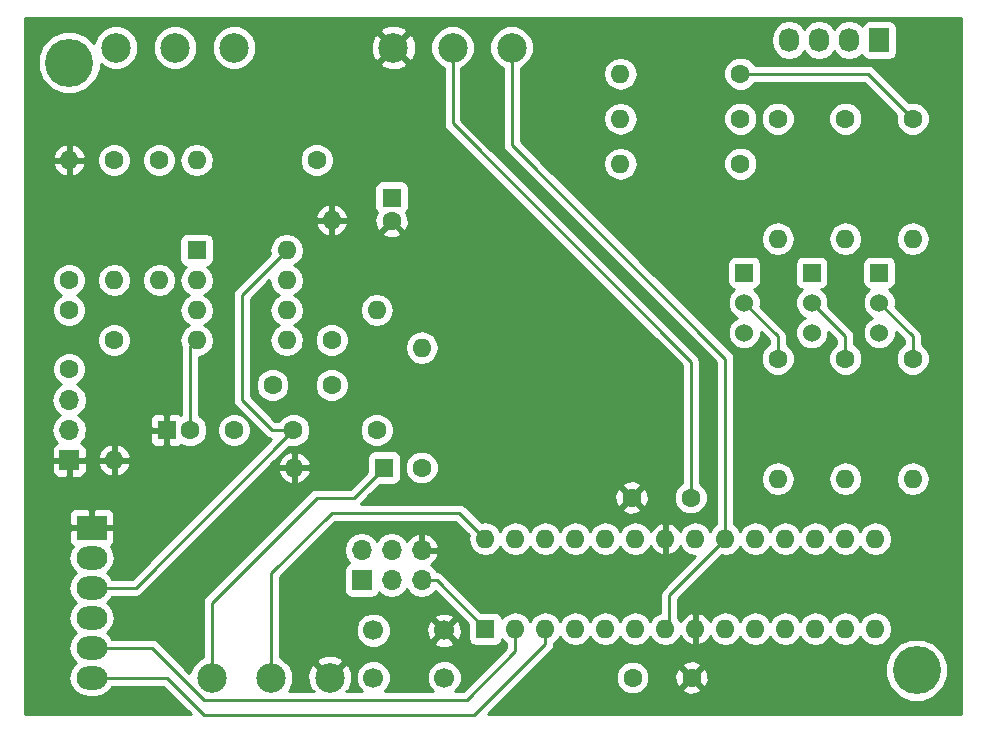
<source format=gbl>
G04 #@! TF.FileFunction,Copper,L2,Bot,Signal*
%FSLAX46Y46*%
G04 Gerber Fmt 4.6, Leading zero omitted, Abs format (unit mm)*
G04 Created by KiCad (PCBNEW 4.0.5) date 02/13/17 16:43:30*
%MOMM*%
%LPD*%
G01*
G04 APERTURE LIST*
%ADD10C,0.100000*%
%ADD11C,1.600000*%
%ADD12R,1.600000X1.600000*%
%ADD13O,1.600000X1.600000*%
%ADD14R,2.600000X2.000000*%
%ADD15O,2.600000X2.000000*%
%ADD16R,1.700000X1.700000*%
%ADD17O,1.700000X1.700000*%
%ADD18R,1.727200X2.032000*%
%ADD19O,1.727200X2.032000*%
%ADD20C,2.499360*%
%ADD21C,1.524000*%
%ADD22R,1.524000X1.524000*%
%ADD23C,1.700000*%
%ADD24C,4.064000*%
%ADD25C,0.250000*%
%ADD26C,0.254000*%
G04 APERTURE END LIST*
D10*
D11*
X85725000Y-67945000D03*
X85725000Y-72945000D03*
X107950000Y-74295000D03*
X102950000Y-74295000D03*
D12*
X113030000Y-58420000D03*
D11*
X113030000Y-60420000D03*
D12*
X93980000Y-78105000D03*
D11*
X95980000Y-78105000D03*
X99695000Y-78105000D03*
X104695000Y-78105000D03*
X138430000Y-99060000D03*
X133430000Y-99060000D03*
X133350000Y-83820000D03*
X138350000Y-83820000D03*
D12*
X112395000Y-81280000D03*
D13*
X104775000Y-81280000D03*
D12*
X120967500Y-94932500D03*
D13*
X153987500Y-87312500D03*
X123507500Y-94932500D03*
X151447500Y-87312500D03*
X126047500Y-94932500D03*
X148907500Y-87312500D03*
X128587500Y-94932500D03*
X146367500Y-87312500D03*
X131127500Y-94932500D03*
X143827500Y-87312500D03*
X133667500Y-94932500D03*
X141287500Y-87312500D03*
X136207500Y-94932500D03*
X138747500Y-87312500D03*
X138747500Y-94932500D03*
X136207500Y-87312500D03*
X141287500Y-94932500D03*
X133667500Y-87312500D03*
X143827500Y-94932500D03*
X131127500Y-87312500D03*
X146367500Y-94932500D03*
X128587500Y-87312500D03*
X148907500Y-94932500D03*
X126047500Y-87312500D03*
X151447500Y-94932500D03*
X123507500Y-87312500D03*
X153987500Y-94932500D03*
X120967500Y-87312500D03*
D14*
X87630000Y-86360000D03*
D15*
X87630000Y-88900000D03*
X87630000Y-91440000D03*
X87630000Y-93980000D03*
X87630000Y-96520000D03*
X87630000Y-99060000D03*
D16*
X85725000Y-80645000D03*
D17*
X85725000Y-78105000D03*
X85725000Y-75565000D03*
D18*
X154305000Y-45085000D03*
D19*
X151765000Y-45085000D03*
X149225000Y-45085000D03*
X146685000Y-45085000D03*
D16*
X110490000Y-90805000D03*
D17*
X110490000Y-88265000D03*
X113030000Y-90805000D03*
X113030000Y-88265000D03*
X115570000Y-90805000D03*
X115570000Y-88265000D03*
D11*
X107950000Y-70485000D03*
D13*
X107950000Y-60325000D03*
D11*
X93345000Y-55245000D03*
D13*
X93345000Y-65405000D03*
D11*
X85725000Y-65405000D03*
D13*
X85725000Y-55245000D03*
D11*
X106680000Y-55245000D03*
D13*
X96520000Y-55245000D03*
D11*
X89535000Y-55245000D03*
D13*
X89535000Y-65405000D03*
D11*
X111760000Y-78105000D03*
D13*
X111760000Y-67945000D03*
D11*
X115570000Y-81280000D03*
D13*
X115570000Y-71120000D03*
D11*
X157162500Y-72072500D03*
D13*
X157162500Y-82232500D03*
D11*
X151447500Y-72072500D03*
D13*
X151447500Y-82232500D03*
D11*
X145732500Y-72072500D03*
D13*
X145732500Y-82232500D03*
D11*
X157162500Y-51752500D03*
D13*
X157162500Y-61912500D03*
D11*
X151447500Y-51752500D03*
D13*
X151447500Y-61912500D03*
D11*
X145732500Y-51752500D03*
D13*
X145732500Y-61912500D03*
D11*
X142557500Y-47942500D03*
D13*
X132397500Y-47942500D03*
D11*
X142557500Y-55562500D03*
D13*
X132397500Y-55562500D03*
D11*
X142557500Y-51752500D03*
D13*
X132397500Y-51752500D03*
D20*
X102791260Y-99060000D03*
X107792520Y-99060000D03*
X97790000Y-99060000D03*
D12*
X96520000Y-62865000D03*
D13*
X104140000Y-70485000D03*
X96520000Y-65405000D03*
X104140000Y-67945000D03*
X96520000Y-67945000D03*
X104140000Y-65405000D03*
X96520000Y-70485000D03*
X104140000Y-62865000D03*
D20*
X94693740Y-45720000D03*
X89692480Y-45720000D03*
X99695000Y-45720000D03*
D11*
X89535000Y-70485000D03*
D13*
X89535000Y-80645000D03*
D21*
X154305000Y-67310000D03*
X154305000Y-69850000D03*
D22*
X154305000Y-64770000D03*
D21*
X148590000Y-67310000D03*
X148590000Y-69850000D03*
D22*
X148590000Y-64770000D03*
D21*
X142875000Y-67310000D03*
X142875000Y-69850000D03*
D22*
X142875000Y-64770000D03*
D23*
X111475000Y-95060000D03*
X117475000Y-95060000D03*
X111475000Y-99060000D03*
X117475000Y-99060000D03*
D20*
X118188740Y-45720000D03*
X113187480Y-45720000D03*
X123190000Y-45720000D03*
D24*
X157480000Y-98425000D03*
X85725000Y-46990000D03*
D25*
X87630000Y-91440000D02*
X91360000Y-91440000D01*
X91360000Y-91440000D02*
X104695000Y-78105000D01*
X104140000Y-62865000D02*
X100965000Y-66040000D01*
X102870000Y-78105000D02*
X104695000Y-78105000D01*
X100330000Y-75565000D02*
X102870000Y-78105000D01*
X100330000Y-66675000D02*
X100330000Y-75565000D01*
X100965000Y-66040000D02*
X100330000Y-66675000D01*
X95980000Y-78105000D02*
X95980000Y-71025000D01*
X95980000Y-71025000D02*
X96520000Y-70485000D01*
X95980000Y-71025000D02*
X96520000Y-70485000D01*
X141287500Y-87312500D02*
X141287500Y-72072500D01*
X123190000Y-53975000D02*
X123190000Y-45720000D01*
X141287500Y-72072500D02*
X123190000Y-53975000D01*
X141287500Y-87312500D02*
X136525000Y-92075000D01*
X136525000Y-92075000D02*
X136525000Y-94615000D01*
X136525000Y-94615000D02*
X136207500Y-94932500D01*
X118188740Y-45720000D02*
X118188740Y-52148740D01*
X138350000Y-72310000D02*
X138350000Y-83820000D01*
X118188740Y-52148740D02*
X138350000Y-72310000D01*
X97790000Y-99060000D02*
X97790000Y-92710000D01*
X109855000Y-83820000D02*
X112395000Y-81280000D01*
X106680000Y-83820000D02*
X109855000Y-83820000D01*
X97790000Y-92710000D02*
X106680000Y-83820000D01*
X115570000Y-90805000D02*
X116840000Y-90805000D01*
X116840000Y-90805000D02*
X120967500Y-94932500D01*
X87630000Y-96520000D02*
X92710000Y-96520000D01*
X123507500Y-96837500D02*
X123507500Y-94932500D01*
X119380000Y-100965000D02*
X123507500Y-96837500D01*
X97155000Y-100965000D02*
X119380000Y-100965000D01*
X92710000Y-96520000D02*
X97155000Y-100965000D01*
X87630000Y-99060000D02*
X93980000Y-99060000D01*
X126047500Y-96202500D02*
X126047500Y-94932500D01*
X120015000Y-102235000D02*
X126047500Y-96202500D01*
X97155000Y-102235000D02*
X120015000Y-102235000D01*
X93980000Y-99060000D02*
X97155000Y-102235000D01*
X102791260Y-99060000D02*
X102791260Y-90248740D01*
X118745000Y-85090000D02*
X120967500Y-87312500D01*
X107950000Y-85090000D02*
X118745000Y-85090000D01*
X102791260Y-90248740D02*
X107950000Y-85090000D01*
X142557500Y-47942500D02*
X153352500Y-47942500D01*
X153352500Y-47942500D02*
X157162500Y-51752500D01*
X157162500Y-72072500D02*
X157162500Y-70167500D01*
X157162500Y-70167500D02*
X154305000Y-67310000D01*
X151447500Y-72072500D02*
X151447500Y-70167500D01*
X151447500Y-70167500D02*
X148590000Y-67310000D01*
X145732500Y-72072500D02*
X145732500Y-70167500D01*
X145732500Y-70167500D02*
X142875000Y-67310000D01*
D26*
G36*
X161215000Y-102160000D02*
X121164802Y-102160000D01*
X123980615Y-99344187D01*
X131994752Y-99344187D01*
X132212757Y-99871800D01*
X132616077Y-100275824D01*
X133143309Y-100494750D01*
X133714187Y-100495248D01*
X134241800Y-100277243D01*
X134451663Y-100067745D01*
X137601861Y-100067745D01*
X137675995Y-100313864D01*
X138213223Y-100506965D01*
X138783454Y-100479778D01*
X139184005Y-100313864D01*
X139258139Y-100067745D01*
X138430000Y-99239605D01*
X137601861Y-100067745D01*
X134451663Y-100067745D01*
X134645824Y-99873923D01*
X134864750Y-99346691D01*
X134865189Y-98843223D01*
X136983035Y-98843223D01*
X137010222Y-99413454D01*
X137176136Y-99814005D01*
X137422255Y-99888139D01*
X138250395Y-99060000D01*
X138609605Y-99060000D01*
X139437745Y-99888139D01*
X139683864Y-99814005D01*
X139876965Y-99276777D01*
X139861537Y-98953172D01*
X154812538Y-98953172D01*
X155217709Y-99933761D01*
X155967293Y-100684655D01*
X156947173Y-101091536D01*
X158008172Y-101092462D01*
X158988761Y-100687291D01*
X159739655Y-99937707D01*
X160146536Y-98957827D01*
X160147462Y-97896828D01*
X159742291Y-96916239D01*
X158992707Y-96165345D01*
X158012827Y-95758464D01*
X156951828Y-95757538D01*
X155971239Y-96162709D01*
X155220345Y-96912293D01*
X154813464Y-97892173D01*
X154812538Y-98953172D01*
X139861537Y-98953172D01*
X139849778Y-98706546D01*
X139683864Y-98305995D01*
X139437745Y-98231861D01*
X138609605Y-99060000D01*
X138250395Y-99060000D01*
X137422255Y-98231861D01*
X137176136Y-98305995D01*
X136983035Y-98843223D01*
X134865189Y-98843223D01*
X134865248Y-98775813D01*
X134647243Y-98248200D01*
X134451640Y-98052255D01*
X137601861Y-98052255D01*
X138430000Y-98880395D01*
X139258139Y-98052255D01*
X139184005Y-97806136D01*
X138646777Y-97613035D01*
X138076546Y-97640222D01*
X137675995Y-97806136D01*
X137601861Y-98052255D01*
X134451640Y-98052255D01*
X134243923Y-97844176D01*
X133716691Y-97625250D01*
X133145813Y-97624752D01*
X132618200Y-97842757D01*
X132214176Y-98246077D01*
X131995250Y-98773309D01*
X131994752Y-99344187D01*
X123980615Y-99344187D01*
X126584901Y-96739901D01*
X126749648Y-96493340D01*
X126807500Y-96202500D01*
X126807500Y-96145495D01*
X127062198Y-95975311D01*
X127317500Y-95593225D01*
X127572802Y-95975311D01*
X128038349Y-96286380D01*
X128587500Y-96395613D01*
X129136651Y-96286380D01*
X129602198Y-95975311D01*
X129857500Y-95593225D01*
X130112802Y-95975311D01*
X130578349Y-96286380D01*
X131127500Y-96395613D01*
X131676651Y-96286380D01*
X132142198Y-95975311D01*
X132397500Y-95593225D01*
X132652802Y-95975311D01*
X133118349Y-96286380D01*
X133667500Y-96395613D01*
X134216651Y-96286380D01*
X134682198Y-95975311D01*
X134937500Y-95593225D01*
X135192802Y-95975311D01*
X135658349Y-96286380D01*
X136207500Y-96395613D01*
X136756651Y-96286380D01*
X137222198Y-95975311D01*
X137492486Y-95570797D01*
X137595111Y-95787634D01*
X138010077Y-96163541D01*
X138398461Y-96324404D01*
X138620500Y-96202415D01*
X138620500Y-95059500D01*
X138600500Y-95059500D01*
X138600500Y-94805500D01*
X138620500Y-94805500D01*
X138620500Y-93662585D01*
X138874500Y-93662585D01*
X138874500Y-94805500D01*
X138894500Y-94805500D01*
X138894500Y-95059500D01*
X138874500Y-95059500D01*
X138874500Y-96202415D01*
X139096539Y-96324404D01*
X139484923Y-96163541D01*
X139899889Y-95787634D01*
X140002514Y-95570797D01*
X140272802Y-95975311D01*
X140738349Y-96286380D01*
X141287500Y-96395613D01*
X141836651Y-96286380D01*
X142302198Y-95975311D01*
X142557500Y-95593225D01*
X142812802Y-95975311D01*
X143278349Y-96286380D01*
X143827500Y-96395613D01*
X144376651Y-96286380D01*
X144842198Y-95975311D01*
X145097500Y-95593225D01*
X145352802Y-95975311D01*
X145818349Y-96286380D01*
X146367500Y-96395613D01*
X146916651Y-96286380D01*
X147382198Y-95975311D01*
X147637500Y-95593225D01*
X147892802Y-95975311D01*
X148358349Y-96286380D01*
X148907500Y-96395613D01*
X149456651Y-96286380D01*
X149922198Y-95975311D01*
X150177500Y-95593225D01*
X150432802Y-95975311D01*
X150898349Y-96286380D01*
X151447500Y-96395613D01*
X151996651Y-96286380D01*
X152462198Y-95975311D01*
X152717500Y-95593225D01*
X152972802Y-95975311D01*
X153438349Y-96286380D01*
X153987500Y-96395613D01*
X154536651Y-96286380D01*
X155002198Y-95975311D01*
X155313267Y-95509764D01*
X155422500Y-94960613D01*
X155422500Y-94904387D01*
X155313267Y-94355236D01*
X155002198Y-93889689D01*
X154536651Y-93578620D01*
X153987500Y-93469387D01*
X153438349Y-93578620D01*
X152972802Y-93889689D01*
X152717500Y-94271775D01*
X152462198Y-93889689D01*
X151996651Y-93578620D01*
X151447500Y-93469387D01*
X150898349Y-93578620D01*
X150432802Y-93889689D01*
X150177500Y-94271775D01*
X149922198Y-93889689D01*
X149456651Y-93578620D01*
X148907500Y-93469387D01*
X148358349Y-93578620D01*
X147892802Y-93889689D01*
X147637500Y-94271775D01*
X147382198Y-93889689D01*
X146916651Y-93578620D01*
X146367500Y-93469387D01*
X145818349Y-93578620D01*
X145352802Y-93889689D01*
X145097500Y-94271775D01*
X144842198Y-93889689D01*
X144376651Y-93578620D01*
X143827500Y-93469387D01*
X143278349Y-93578620D01*
X142812802Y-93889689D01*
X142557500Y-94271775D01*
X142302198Y-93889689D01*
X141836651Y-93578620D01*
X141287500Y-93469387D01*
X140738349Y-93578620D01*
X140272802Y-93889689D01*
X140002514Y-94294203D01*
X139899889Y-94077366D01*
X139484923Y-93701459D01*
X139096539Y-93540596D01*
X138874500Y-93662585D01*
X138620500Y-93662585D01*
X138398461Y-93540596D01*
X138010077Y-93701459D01*
X137595111Y-94077366D01*
X137492486Y-94294203D01*
X137285000Y-93983679D01*
X137285000Y-92389802D01*
X140963614Y-88711188D01*
X141287500Y-88775613D01*
X141836651Y-88666380D01*
X142302198Y-88355311D01*
X142557500Y-87973225D01*
X142812802Y-88355311D01*
X143278349Y-88666380D01*
X143827500Y-88775613D01*
X144376651Y-88666380D01*
X144842198Y-88355311D01*
X145097500Y-87973225D01*
X145352802Y-88355311D01*
X145818349Y-88666380D01*
X146367500Y-88775613D01*
X146916651Y-88666380D01*
X147382198Y-88355311D01*
X147637500Y-87973225D01*
X147892802Y-88355311D01*
X148358349Y-88666380D01*
X148907500Y-88775613D01*
X149456651Y-88666380D01*
X149922198Y-88355311D01*
X150177500Y-87973225D01*
X150432802Y-88355311D01*
X150898349Y-88666380D01*
X151447500Y-88775613D01*
X151996651Y-88666380D01*
X152462198Y-88355311D01*
X152717500Y-87973225D01*
X152972802Y-88355311D01*
X153438349Y-88666380D01*
X153987500Y-88775613D01*
X154536651Y-88666380D01*
X155002198Y-88355311D01*
X155313267Y-87889764D01*
X155422500Y-87340613D01*
X155422500Y-87284387D01*
X155313267Y-86735236D01*
X155002198Y-86269689D01*
X154536651Y-85958620D01*
X153987500Y-85849387D01*
X153438349Y-85958620D01*
X152972802Y-86269689D01*
X152717500Y-86651775D01*
X152462198Y-86269689D01*
X151996651Y-85958620D01*
X151447500Y-85849387D01*
X150898349Y-85958620D01*
X150432802Y-86269689D01*
X150177500Y-86651775D01*
X149922198Y-86269689D01*
X149456651Y-85958620D01*
X148907500Y-85849387D01*
X148358349Y-85958620D01*
X147892802Y-86269689D01*
X147637500Y-86651775D01*
X147382198Y-86269689D01*
X146916651Y-85958620D01*
X146367500Y-85849387D01*
X145818349Y-85958620D01*
X145352802Y-86269689D01*
X145097500Y-86651775D01*
X144842198Y-86269689D01*
X144376651Y-85958620D01*
X143827500Y-85849387D01*
X143278349Y-85958620D01*
X142812802Y-86269689D01*
X142557500Y-86651775D01*
X142302198Y-86269689D01*
X142047500Y-86099505D01*
X142047500Y-82204387D01*
X144297500Y-82204387D01*
X144297500Y-82260613D01*
X144406733Y-82809764D01*
X144717802Y-83275311D01*
X145183349Y-83586380D01*
X145732500Y-83695613D01*
X146281651Y-83586380D01*
X146747198Y-83275311D01*
X147058267Y-82809764D01*
X147167500Y-82260613D01*
X147167500Y-82204387D01*
X150012500Y-82204387D01*
X150012500Y-82260613D01*
X150121733Y-82809764D01*
X150432802Y-83275311D01*
X150898349Y-83586380D01*
X151447500Y-83695613D01*
X151996651Y-83586380D01*
X152462198Y-83275311D01*
X152773267Y-82809764D01*
X152882500Y-82260613D01*
X152882500Y-82204387D01*
X155727500Y-82204387D01*
X155727500Y-82260613D01*
X155836733Y-82809764D01*
X156147802Y-83275311D01*
X156613349Y-83586380D01*
X157162500Y-83695613D01*
X157711651Y-83586380D01*
X158177198Y-83275311D01*
X158488267Y-82809764D01*
X158597500Y-82260613D01*
X158597500Y-82204387D01*
X158488267Y-81655236D01*
X158177198Y-81189689D01*
X157711651Y-80878620D01*
X157162500Y-80769387D01*
X156613349Y-80878620D01*
X156147802Y-81189689D01*
X155836733Y-81655236D01*
X155727500Y-82204387D01*
X152882500Y-82204387D01*
X152773267Y-81655236D01*
X152462198Y-81189689D01*
X151996651Y-80878620D01*
X151447500Y-80769387D01*
X150898349Y-80878620D01*
X150432802Y-81189689D01*
X150121733Y-81655236D01*
X150012500Y-82204387D01*
X147167500Y-82204387D01*
X147058267Y-81655236D01*
X146747198Y-81189689D01*
X146281651Y-80878620D01*
X145732500Y-80769387D01*
X145183349Y-80878620D01*
X144717802Y-81189689D01*
X144406733Y-81655236D01*
X144297500Y-82204387D01*
X142047500Y-82204387D01*
X142047500Y-72072500D01*
X141989648Y-71781661D01*
X141824901Y-71535099D01*
X134297802Y-64008000D01*
X141465560Y-64008000D01*
X141465560Y-65532000D01*
X141509838Y-65767317D01*
X141648910Y-65983441D01*
X141861110Y-66128431D01*
X142044124Y-66165492D01*
X141691371Y-66517630D01*
X141478243Y-67030900D01*
X141477758Y-67586661D01*
X141689990Y-68100303D01*
X142082630Y-68493629D01*
X142290512Y-68579949D01*
X142084697Y-68664990D01*
X141691371Y-69057630D01*
X141478243Y-69570900D01*
X141477758Y-70126661D01*
X141689990Y-70640303D01*
X142082630Y-71033629D01*
X142595900Y-71246757D01*
X143151661Y-71247242D01*
X143665303Y-71035010D01*
X144058629Y-70642370D01*
X144271757Y-70129100D01*
X144272060Y-69781862D01*
X144972500Y-70482302D01*
X144972500Y-70833854D01*
X144920700Y-70855257D01*
X144516676Y-71258577D01*
X144297750Y-71785809D01*
X144297252Y-72356687D01*
X144515257Y-72884300D01*
X144918577Y-73288324D01*
X145445809Y-73507250D01*
X146016687Y-73507748D01*
X146544300Y-73289743D01*
X146948324Y-72886423D01*
X147167250Y-72359191D01*
X147167748Y-71788313D01*
X146949743Y-71260700D01*
X146546423Y-70856676D01*
X146492500Y-70834285D01*
X146492500Y-70167500D01*
X146434648Y-69876661D01*
X146434648Y-69876660D01*
X146269901Y-69630099D01*
X144259183Y-67619381D01*
X144271757Y-67589100D01*
X144272242Y-67033339D01*
X144060010Y-66519697D01*
X143707167Y-66166237D01*
X143872317Y-66135162D01*
X144088441Y-65996090D01*
X144233431Y-65783890D01*
X144284440Y-65532000D01*
X144284440Y-64008000D01*
X147180560Y-64008000D01*
X147180560Y-65532000D01*
X147224838Y-65767317D01*
X147363910Y-65983441D01*
X147576110Y-66128431D01*
X147759124Y-66165492D01*
X147406371Y-66517630D01*
X147193243Y-67030900D01*
X147192758Y-67586661D01*
X147404990Y-68100303D01*
X147797630Y-68493629D01*
X148005512Y-68579949D01*
X147799697Y-68664990D01*
X147406371Y-69057630D01*
X147193243Y-69570900D01*
X147192758Y-70126661D01*
X147404990Y-70640303D01*
X147797630Y-71033629D01*
X148310900Y-71246757D01*
X148866661Y-71247242D01*
X149380303Y-71035010D01*
X149773629Y-70642370D01*
X149986757Y-70129100D01*
X149987060Y-69781862D01*
X150687500Y-70482302D01*
X150687500Y-70833854D01*
X150635700Y-70855257D01*
X150231676Y-71258577D01*
X150012750Y-71785809D01*
X150012252Y-72356687D01*
X150230257Y-72884300D01*
X150633577Y-73288324D01*
X151160809Y-73507250D01*
X151731687Y-73507748D01*
X152259300Y-73289743D01*
X152663324Y-72886423D01*
X152882250Y-72359191D01*
X152882748Y-71788313D01*
X152664743Y-71260700D01*
X152261423Y-70856676D01*
X152207500Y-70834285D01*
X152207500Y-70167500D01*
X152149648Y-69876661D01*
X152149648Y-69876660D01*
X151984901Y-69630099D01*
X149974183Y-67619381D01*
X149986757Y-67589100D01*
X149987242Y-67033339D01*
X149775010Y-66519697D01*
X149422167Y-66166237D01*
X149587317Y-66135162D01*
X149803441Y-65996090D01*
X149948431Y-65783890D01*
X149999440Y-65532000D01*
X149999440Y-64008000D01*
X152895560Y-64008000D01*
X152895560Y-65532000D01*
X152939838Y-65767317D01*
X153078910Y-65983441D01*
X153291110Y-66128431D01*
X153474124Y-66165492D01*
X153121371Y-66517630D01*
X152908243Y-67030900D01*
X152907758Y-67586661D01*
X153119990Y-68100303D01*
X153512630Y-68493629D01*
X153720512Y-68579949D01*
X153514697Y-68664990D01*
X153121371Y-69057630D01*
X152908243Y-69570900D01*
X152907758Y-70126661D01*
X153119990Y-70640303D01*
X153512630Y-71033629D01*
X154025900Y-71246757D01*
X154581661Y-71247242D01*
X155095303Y-71035010D01*
X155488629Y-70642370D01*
X155701757Y-70129100D01*
X155702060Y-69781862D01*
X156402500Y-70482302D01*
X156402500Y-70833854D01*
X156350700Y-70855257D01*
X155946676Y-71258577D01*
X155727750Y-71785809D01*
X155727252Y-72356687D01*
X155945257Y-72884300D01*
X156348577Y-73288324D01*
X156875809Y-73507250D01*
X157446687Y-73507748D01*
X157974300Y-73289743D01*
X158378324Y-72886423D01*
X158597250Y-72359191D01*
X158597748Y-71788313D01*
X158379743Y-71260700D01*
X157976423Y-70856676D01*
X157922500Y-70834285D01*
X157922500Y-70167500D01*
X157864648Y-69876661D01*
X157864648Y-69876660D01*
X157699901Y-69630099D01*
X155689183Y-67619381D01*
X155701757Y-67589100D01*
X155702242Y-67033339D01*
X155490010Y-66519697D01*
X155137167Y-66166237D01*
X155302317Y-66135162D01*
X155518441Y-65996090D01*
X155663431Y-65783890D01*
X155714440Y-65532000D01*
X155714440Y-64008000D01*
X155670162Y-63772683D01*
X155531090Y-63556559D01*
X155318890Y-63411569D01*
X155067000Y-63360560D01*
X153543000Y-63360560D01*
X153307683Y-63404838D01*
X153091559Y-63543910D01*
X152946569Y-63756110D01*
X152895560Y-64008000D01*
X149999440Y-64008000D01*
X149955162Y-63772683D01*
X149816090Y-63556559D01*
X149603890Y-63411569D01*
X149352000Y-63360560D01*
X147828000Y-63360560D01*
X147592683Y-63404838D01*
X147376559Y-63543910D01*
X147231569Y-63756110D01*
X147180560Y-64008000D01*
X144284440Y-64008000D01*
X144240162Y-63772683D01*
X144101090Y-63556559D01*
X143888890Y-63411569D01*
X143637000Y-63360560D01*
X142113000Y-63360560D01*
X141877683Y-63404838D01*
X141661559Y-63543910D01*
X141516569Y-63756110D01*
X141465560Y-64008000D01*
X134297802Y-64008000D01*
X132174189Y-61884387D01*
X144297500Y-61884387D01*
X144297500Y-61940613D01*
X144406733Y-62489764D01*
X144717802Y-62955311D01*
X145183349Y-63266380D01*
X145732500Y-63375613D01*
X146281651Y-63266380D01*
X146747198Y-62955311D01*
X147058267Y-62489764D01*
X147167500Y-61940613D01*
X147167500Y-61884387D01*
X150012500Y-61884387D01*
X150012500Y-61940613D01*
X150121733Y-62489764D01*
X150432802Y-62955311D01*
X150898349Y-63266380D01*
X151447500Y-63375613D01*
X151996651Y-63266380D01*
X152462198Y-62955311D01*
X152773267Y-62489764D01*
X152882500Y-61940613D01*
X152882500Y-61884387D01*
X155727500Y-61884387D01*
X155727500Y-61940613D01*
X155836733Y-62489764D01*
X156147802Y-62955311D01*
X156613349Y-63266380D01*
X157162500Y-63375613D01*
X157711651Y-63266380D01*
X158177198Y-62955311D01*
X158488267Y-62489764D01*
X158597500Y-61940613D01*
X158597500Y-61884387D01*
X158488267Y-61335236D01*
X158177198Y-60869689D01*
X157711651Y-60558620D01*
X157162500Y-60449387D01*
X156613349Y-60558620D01*
X156147802Y-60869689D01*
X155836733Y-61335236D01*
X155727500Y-61884387D01*
X152882500Y-61884387D01*
X152773267Y-61335236D01*
X152462198Y-60869689D01*
X151996651Y-60558620D01*
X151447500Y-60449387D01*
X150898349Y-60558620D01*
X150432802Y-60869689D01*
X150121733Y-61335236D01*
X150012500Y-61884387D01*
X147167500Y-61884387D01*
X147058267Y-61335236D01*
X146747198Y-60869689D01*
X146281651Y-60558620D01*
X145732500Y-60449387D01*
X145183349Y-60558620D01*
X144717802Y-60869689D01*
X144406733Y-61335236D01*
X144297500Y-61884387D01*
X132174189Y-61884387D01*
X125852302Y-55562500D01*
X130934387Y-55562500D01*
X131043620Y-56111651D01*
X131354689Y-56577198D01*
X131820236Y-56888267D01*
X132369387Y-56997500D01*
X132425613Y-56997500D01*
X132974764Y-56888267D01*
X133440311Y-56577198D01*
X133751380Y-56111651D01*
X133804084Y-55846687D01*
X141122252Y-55846687D01*
X141340257Y-56374300D01*
X141743577Y-56778324D01*
X142270809Y-56997250D01*
X142841687Y-56997748D01*
X143369300Y-56779743D01*
X143773324Y-56376423D01*
X143992250Y-55849191D01*
X143992748Y-55278313D01*
X143774743Y-54750700D01*
X143371423Y-54346676D01*
X142844191Y-54127750D01*
X142273313Y-54127252D01*
X141745700Y-54345257D01*
X141341676Y-54748577D01*
X141122750Y-55275809D01*
X141122252Y-55846687D01*
X133804084Y-55846687D01*
X133860613Y-55562500D01*
X133751380Y-55013349D01*
X133440311Y-54547802D01*
X132974764Y-54236733D01*
X132425613Y-54127500D01*
X132369387Y-54127500D01*
X131820236Y-54236733D01*
X131354689Y-54547802D01*
X131043620Y-55013349D01*
X130934387Y-55562500D01*
X125852302Y-55562500D01*
X123950000Y-53660198D01*
X123950000Y-51752500D01*
X130934387Y-51752500D01*
X131043620Y-52301651D01*
X131354689Y-52767198D01*
X131820236Y-53078267D01*
X132369387Y-53187500D01*
X132425613Y-53187500D01*
X132974764Y-53078267D01*
X133440311Y-52767198D01*
X133751380Y-52301651D01*
X133804084Y-52036687D01*
X141122252Y-52036687D01*
X141340257Y-52564300D01*
X141743577Y-52968324D01*
X142270809Y-53187250D01*
X142841687Y-53187748D01*
X143369300Y-52969743D01*
X143773324Y-52566423D01*
X143992250Y-52039191D01*
X143992252Y-52036687D01*
X144297252Y-52036687D01*
X144515257Y-52564300D01*
X144918577Y-52968324D01*
X145445809Y-53187250D01*
X146016687Y-53187748D01*
X146544300Y-52969743D01*
X146948324Y-52566423D01*
X147167250Y-52039191D01*
X147167252Y-52036687D01*
X150012252Y-52036687D01*
X150230257Y-52564300D01*
X150633577Y-52968324D01*
X151160809Y-53187250D01*
X151731687Y-53187748D01*
X152259300Y-52969743D01*
X152663324Y-52566423D01*
X152882250Y-52039191D01*
X152882748Y-51468313D01*
X152664743Y-50940700D01*
X152261423Y-50536676D01*
X151734191Y-50317750D01*
X151163313Y-50317252D01*
X150635700Y-50535257D01*
X150231676Y-50938577D01*
X150012750Y-51465809D01*
X150012252Y-52036687D01*
X147167252Y-52036687D01*
X147167748Y-51468313D01*
X146949743Y-50940700D01*
X146546423Y-50536676D01*
X146019191Y-50317750D01*
X145448313Y-50317252D01*
X144920700Y-50535257D01*
X144516676Y-50938577D01*
X144297750Y-51465809D01*
X144297252Y-52036687D01*
X143992252Y-52036687D01*
X143992748Y-51468313D01*
X143774743Y-50940700D01*
X143371423Y-50536676D01*
X142844191Y-50317750D01*
X142273313Y-50317252D01*
X141745700Y-50535257D01*
X141341676Y-50938577D01*
X141122750Y-51465809D01*
X141122252Y-52036687D01*
X133804084Y-52036687D01*
X133860613Y-51752500D01*
X133751380Y-51203349D01*
X133440311Y-50737802D01*
X132974764Y-50426733D01*
X132425613Y-50317500D01*
X132369387Y-50317500D01*
X131820236Y-50426733D01*
X131354689Y-50737802D01*
X131043620Y-51203349D01*
X130934387Y-51752500D01*
X123950000Y-51752500D01*
X123950000Y-47942500D01*
X130934387Y-47942500D01*
X131043620Y-48491651D01*
X131354689Y-48957198D01*
X131820236Y-49268267D01*
X132369387Y-49377500D01*
X132425613Y-49377500D01*
X132974764Y-49268267D01*
X133440311Y-48957198D01*
X133751380Y-48491651D01*
X133804084Y-48226687D01*
X141122252Y-48226687D01*
X141340257Y-48754300D01*
X141743577Y-49158324D01*
X142270809Y-49377250D01*
X142841687Y-49377748D01*
X143369300Y-49159743D01*
X143773324Y-48756423D01*
X143795715Y-48702500D01*
X153037698Y-48702500D01*
X155749244Y-51414046D01*
X155727750Y-51465809D01*
X155727252Y-52036687D01*
X155945257Y-52564300D01*
X156348577Y-52968324D01*
X156875809Y-53187250D01*
X157446687Y-53187748D01*
X157974300Y-52969743D01*
X158378324Y-52566423D01*
X158597250Y-52039191D01*
X158597748Y-51468313D01*
X158379743Y-50940700D01*
X157976423Y-50536676D01*
X157449191Y-50317750D01*
X156878313Y-50317252D01*
X156824351Y-50339549D01*
X153889901Y-47405099D01*
X153643339Y-47240352D01*
X153352500Y-47182500D01*
X143796146Y-47182500D01*
X143774743Y-47130700D01*
X143371423Y-46726676D01*
X142844191Y-46507750D01*
X142273313Y-46507252D01*
X141745700Y-46725257D01*
X141341676Y-47128577D01*
X141122750Y-47655809D01*
X141122252Y-48226687D01*
X133804084Y-48226687D01*
X133860613Y-47942500D01*
X133751380Y-47393349D01*
X133440311Y-46927802D01*
X132974764Y-46616733D01*
X132425613Y-46507500D01*
X132369387Y-46507500D01*
X131820236Y-46616733D01*
X131354689Y-46927802D01*
X131043620Y-47393349D01*
X130934387Y-47942500D01*
X123950000Y-47942500D01*
X123950000Y-47445201D01*
X124256191Y-47318686D01*
X124786822Y-46788979D01*
X125074352Y-46096531D01*
X125075006Y-45346759D01*
X124890516Y-44900255D01*
X145186400Y-44900255D01*
X145186400Y-45269745D01*
X145300474Y-45843234D01*
X145625330Y-46329415D01*
X146111511Y-46654271D01*
X146685000Y-46768345D01*
X147258489Y-46654271D01*
X147744670Y-46329415D01*
X147955000Y-46014634D01*
X148165330Y-46329415D01*
X148651511Y-46654271D01*
X149225000Y-46768345D01*
X149798489Y-46654271D01*
X150284670Y-46329415D01*
X150495000Y-46014634D01*
X150705330Y-46329415D01*
X151191511Y-46654271D01*
X151765000Y-46768345D01*
X152338489Y-46654271D01*
X152824670Y-46329415D01*
X152834243Y-46315087D01*
X152838238Y-46336317D01*
X152977310Y-46552441D01*
X153189510Y-46697431D01*
X153441400Y-46748440D01*
X155168600Y-46748440D01*
X155403917Y-46704162D01*
X155620041Y-46565090D01*
X155765031Y-46352890D01*
X155816040Y-46101000D01*
X155816040Y-44069000D01*
X155771762Y-43833683D01*
X155632690Y-43617559D01*
X155420490Y-43472569D01*
X155168600Y-43421560D01*
X153441400Y-43421560D01*
X153206083Y-43465838D01*
X152989959Y-43604910D01*
X152844969Y-43817110D01*
X152836600Y-43858439D01*
X152824670Y-43840585D01*
X152338489Y-43515729D01*
X151765000Y-43401655D01*
X151191511Y-43515729D01*
X150705330Y-43840585D01*
X150495000Y-44155366D01*
X150284670Y-43840585D01*
X149798489Y-43515729D01*
X149225000Y-43401655D01*
X148651511Y-43515729D01*
X148165330Y-43840585D01*
X147955000Y-44155366D01*
X147744670Y-43840585D01*
X147258489Y-43515729D01*
X146685000Y-43401655D01*
X146111511Y-43515729D01*
X145625330Y-43840585D01*
X145300474Y-44326766D01*
X145186400Y-44900255D01*
X124890516Y-44900255D01*
X124788686Y-44653809D01*
X124258979Y-44123178D01*
X123566531Y-43835648D01*
X122816759Y-43834994D01*
X122123809Y-44121314D01*
X121593178Y-44651021D01*
X121305648Y-45343469D01*
X121304994Y-46093241D01*
X121591314Y-46786191D01*
X122121021Y-47316822D01*
X122430000Y-47445121D01*
X122430000Y-53975000D01*
X122487852Y-54265839D01*
X122652599Y-54512401D01*
X140527500Y-72387302D01*
X140527500Y-86099505D01*
X140272802Y-86269689D01*
X140017500Y-86651775D01*
X139762198Y-86269689D01*
X139296651Y-85958620D01*
X138747500Y-85849387D01*
X138198349Y-85958620D01*
X137732802Y-86269689D01*
X137462514Y-86674203D01*
X137359889Y-86457366D01*
X136944923Y-86081459D01*
X136556539Y-85920596D01*
X136334500Y-86042585D01*
X136334500Y-87185500D01*
X136354500Y-87185500D01*
X136354500Y-87439500D01*
X136334500Y-87439500D01*
X136334500Y-88582415D01*
X136556539Y-88704404D01*
X136944923Y-88543541D01*
X137359889Y-88167634D01*
X137462514Y-87950797D01*
X137732802Y-88355311D01*
X138198349Y-88666380D01*
X138747500Y-88775613D01*
X138750103Y-88775095D01*
X135987599Y-91537599D01*
X135822852Y-91784161D01*
X135765000Y-92075000D01*
X135765000Y-93557406D01*
X135658349Y-93578620D01*
X135192802Y-93889689D01*
X134937500Y-94271775D01*
X134682198Y-93889689D01*
X134216651Y-93578620D01*
X133667500Y-93469387D01*
X133118349Y-93578620D01*
X132652802Y-93889689D01*
X132397500Y-94271775D01*
X132142198Y-93889689D01*
X131676651Y-93578620D01*
X131127500Y-93469387D01*
X130578349Y-93578620D01*
X130112802Y-93889689D01*
X129857500Y-94271775D01*
X129602198Y-93889689D01*
X129136651Y-93578620D01*
X128587500Y-93469387D01*
X128038349Y-93578620D01*
X127572802Y-93889689D01*
X127317500Y-94271775D01*
X127062198Y-93889689D01*
X126596651Y-93578620D01*
X126047500Y-93469387D01*
X125498349Y-93578620D01*
X125032802Y-93889689D01*
X124777500Y-94271775D01*
X124522198Y-93889689D01*
X124056651Y-93578620D01*
X123507500Y-93469387D01*
X122958349Y-93578620D01*
X122492802Y-93889689D01*
X122396399Y-94033965D01*
X122370662Y-93897183D01*
X122231590Y-93681059D01*
X122019390Y-93536069D01*
X121767500Y-93485060D01*
X120594862Y-93485060D01*
X117377401Y-90267599D01*
X117130839Y-90102852D01*
X116840000Y-90045000D01*
X116833301Y-90045000D01*
X116620054Y-89725853D01*
X116336899Y-89536655D01*
X116336924Y-89536645D01*
X116765183Y-89146358D01*
X117011486Y-88621892D01*
X116890819Y-88392000D01*
X115697000Y-88392000D01*
X115697000Y-88412000D01*
X115443000Y-88412000D01*
X115443000Y-88392000D01*
X115423000Y-88392000D01*
X115423000Y-88138000D01*
X115443000Y-88138000D01*
X115443000Y-86944845D01*
X115697000Y-86944845D01*
X115697000Y-88138000D01*
X116890819Y-88138000D01*
X117011486Y-87908108D01*
X116765183Y-87383642D01*
X116336924Y-86993355D01*
X115926890Y-86823524D01*
X115697000Y-86944845D01*
X115443000Y-86944845D01*
X115213110Y-86823524D01*
X114803076Y-86993355D01*
X114374817Y-87383642D01*
X114307702Y-87526553D01*
X114080054Y-87185853D01*
X113598285Y-86863946D01*
X113030000Y-86750907D01*
X112461715Y-86863946D01*
X111979946Y-87185853D01*
X111760000Y-87515026D01*
X111540054Y-87185853D01*
X111058285Y-86863946D01*
X110490000Y-86750907D01*
X109921715Y-86863946D01*
X109439946Y-87185853D01*
X109118039Y-87667622D01*
X109005000Y-88235907D01*
X109005000Y-88294093D01*
X109118039Y-88862378D01*
X109439946Y-89344147D01*
X109441179Y-89344971D01*
X109404683Y-89351838D01*
X109188559Y-89490910D01*
X109043569Y-89703110D01*
X108992560Y-89955000D01*
X108992560Y-91655000D01*
X109036838Y-91890317D01*
X109175910Y-92106441D01*
X109388110Y-92251431D01*
X109640000Y-92302440D01*
X111340000Y-92302440D01*
X111575317Y-92258162D01*
X111791441Y-92119090D01*
X111936431Y-91906890D01*
X111950086Y-91839459D01*
X111979946Y-91884147D01*
X112461715Y-92206054D01*
X113030000Y-92319093D01*
X113598285Y-92206054D01*
X114080054Y-91884147D01*
X114300000Y-91554974D01*
X114519946Y-91884147D01*
X115001715Y-92206054D01*
X115570000Y-92319093D01*
X116138285Y-92206054D01*
X116620054Y-91884147D01*
X116709892Y-91749694D01*
X119520060Y-94559862D01*
X119520060Y-95732500D01*
X119564338Y-95967817D01*
X119703410Y-96183941D01*
X119915610Y-96328931D01*
X120167500Y-96379940D01*
X121767500Y-96379940D01*
X122002817Y-96335662D01*
X122218941Y-96196590D01*
X122363931Y-95984390D01*
X122395315Y-95829411D01*
X122492802Y-95975311D01*
X122747500Y-96145495D01*
X122747500Y-96522698D01*
X119065198Y-100205000D01*
X118429942Y-100205000D01*
X118733188Y-99902283D01*
X118959742Y-99356681D01*
X118960257Y-98765911D01*
X118734656Y-98219914D01*
X118317283Y-97801812D01*
X117771681Y-97575258D01*
X117180911Y-97574743D01*
X116634914Y-97800344D01*
X116216812Y-98217717D01*
X115990258Y-98763319D01*
X115989743Y-99354089D01*
X116215344Y-99900086D01*
X116519726Y-100205000D01*
X112429942Y-100205000D01*
X112733188Y-99902283D01*
X112959742Y-99356681D01*
X112960257Y-98765911D01*
X112734656Y-98219914D01*
X112317283Y-97801812D01*
X111771681Y-97575258D01*
X111180911Y-97574743D01*
X110634914Y-97800344D01*
X110216812Y-98217717D01*
X109990258Y-98763319D01*
X109989743Y-99354089D01*
X110215344Y-99900086D01*
X110519726Y-100205000D01*
X109144830Y-100205000D01*
X109418379Y-100084275D01*
X109686591Y-99384117D01*
X109666448Y-98634616D01*
X109418379Y-98035725D01*
X109125609Y-97906517D01*
X107972125Y-99060000D01*
X107986268Y-99074142D01*
X107806662Y-99253748D01*
X107792520Y-99239605D01*
X107778378Y-99253748D01*
X107598772Y-99074142D01*
X107612915Y-99060000D01*
X106459431Y-97906517D01*
X106166661Y-98035725D01*
X105898449Y-98735883D01*
X105918592Y-99485384D01*
X106166661Y-100084275D01*
X106440210Y-100205000D01*
X104311928Y-100205000D01*
X104388082Y-100128979D01*
X104675612Y-99436531D01*
X104676266Y-98686759D01*
X104389946Y-97993809D01*
X104123513Y-97726911D01*
X106639037Y-97726911D01*
X107792520Y-98880395D01*
X108946003Y-97726911D01*
X108816795Y-97434141D01*
X108116637Y-97165929D01*
X107367136Y-97186072D01*
X106768245Y-97434141D01*
X106639037Y-97726911D01*
X104123513Y-97726911D01*
X103860239Y-97463178D01*
X103551260Y-97334879D01*
X103551260Y-95354089D01*
X109989743Y-95354089D01*
X110215344Y-95900086D01*
X110632717Y-96318188D01*
X111178319Y-96544742D01*
X111769089Y-96545257D01*
X112315086Y-96319656D01*
X112531160Y-96103958D01*
X116610647Y-96103958D01*
X116690920Y-96355259D01*
X117246279Y-96556718D01*
X117836458Y-96530315D01*
X118259080Y-96355259D01*
X118339353Y-96103958D01*
X117475000Y-95239605D01*
X116610647Y-96103958D01*
X112531160Y-96103958D01*
X112733188Y-95902283D01*
X112959742Y-95356681D01*
X112960200Y-94831279D01*
X115978282Y-94831279D01*
X116004685Y-95421458D01*
X116179741Y-95844080D01*
X116431042Y-95924353D01*
X117295395Y-95060000D01*
X117654605Y-95060000D01*
X118518958Y-95924353D01*
X118770259Y-95844080D01*
X118971718Y-95288721D01*
X118945315Y-94698542D01*
X118770259Y-94275920D01*
X118518958Y-94195647D01*
X117654605Y-95060000D01*
X117295395Y-95060000D01*
X116431042Y-94195647D01*
X116179741Y-94275920D01*
X115978282Y-94831279D01*
X112960200Y-94831279D01*
X112960257Y-94765911D01*
X112734656Y-94219914D01*
X112531140Y-94016042D01*
X116610647Y-94016042D01*
X117475000Y-94880395D01*
X118339353Y-94016042D01*
X118259080Y-93764741D01*
X117703721Y-93563282D01*
X117113542Y-93589685D01*
X116690920Y-93764741D01*
X116610647Y-94016042D01*
X112531140Y-94016042D01*
X112317283Y-93801812D01*
X111771681Y-93575258D01*
X111180911Y-93574743D01*
X110634914Y-93800344D01*
X110216812Y-94217717D01*
X109990258Y-94763319D01*
X109989743Y-95354089D01*
X103551260Y-95354089D01*
X103551260Y-90563542D01*
X108264802Y-85850000D01*
X118430198Y-85850000D01*
X119587596Y-87007398D01*
X119532500Y-87284387D01*
X119532500Y-87340613D01*
X119641733Y-87889764D01*
X119952802Y-88355311D01*
X120418349Y-88666380D01*
X120967500Y-88775613D01*
X121516651Y-88666380D01*
X121982198Y-88355311D01*
X122237500Y-87973225D01*
X122492802Y-88355311D01*
X122958349Y-88666380D01*
X123507500Y-88775613D01*
X124056651Y-88666380D01*
X124522198Y-88355311D01*
X124777500Y-87973225D01*
X125032802Y-88355311D01*
X125498349Y-88666380D01*
X126047500Y-88775613D01*
X126596651Y-88666380D01*
X127062198Y-88355311D01*
X127317500Y-87973225D01*
X127572802Y-88355311D01*
X128038349Y-88666380D01*
X128587500Y-88775613D01*
X129136651Y-88666380D01*
X129602198Y-88355311D01*
X129857500Y-87973225D01*
X130112802Y-88355311D01*
X130578349Y-88666380D01*
X131127500Y-88775613D01*
X131676651Y-88666380D01*
X132142198Y-88355311D01*
X132397500Y-87973225D01*
X132652802Y-88355311D01*
X133118349Y-88666380D01*
X133667500Y-88775613D01*
X134216651Y-88666380D01*
X134682198Y-88355311D01*
X134952486Y-87950797D01*
X135055111Y-88167634D01*
X135470077Y-88543541D01*
X135858461Y-88704404D01*
X136080500Y-88582415D01*
X136080500Y-87439500D01*
X136060500Y-87439500D01*
X136060500Y-87185500D01*
X136080500Y-87185500D01*
X136080500Y-86042585D01*
X135858461Y-85920596D01*
X135470077Y-86081459D01*
X135055111Y-86457366D01*
X134952486Y-86674203D01*
X134682198Y-86269689D01*
X134216651Y-85958620D01*
X133667500Y-85849387D01*
X133118349Y-85958620D01*
X132652802Y-86269689D01*
X132397500Y-86651775D01*
X132142198Y-86269689D01*
X131676651Y-85958620D01*
X131127500Y-85849387D01*
X130578349Y-85958620D01*
X130112802Y-86269689D01*
X129857500Y-86651775D01*
X129602198Y-86269689D01*
X129136651Y-85958620D01*
X128587500Y-85849387D01*
X128038349Y-85958620D01*
X127572802Y-86269689D01*
X127317500Y-86651775D01*
X127062198Y-86269689D01*
X126596651Y-85958620D01*
X126047500Y-85849387D01*
X125498349Y-85958620D01*
X125032802Y-86269689D01*
X124777500Y-86651775D01*
X124522198Y-86269689D01*
X124056651Y-85958620D01*
X123507500Y-85849387D01*
X122958349Y-85958620D01*
X122492802Y-86269689D01*
X122237500Y-86651775D01*
X121982198Y-86269689D01*
X121516651Y-85958620D01*
X120967500Y-85849387D01*
X120643614Y-85913812D01*
X119557547Y-84827745D01*
X132521861Y-84827745D01*
X132595995Y-85073864D01*
X133133223Y-85266965D01*
X133703454Y-85239778D01*
X134104005Y-85073864D01*
X134178139Y-84827745D01*
X133350000Y-83999605D01*
X132521861Y-84827745D01*
X119557547Y-84827745D01*
X119282401Y-84552599D01*
X119035839Y-84387852D01*
X118745000Y-84330000D01*
X110419802Y-84330000D01*
X111146579Y-83603223D01*
X131903035Y-83603223D01*
X131930222Y-84173454D01*
X132096136Y-84574005D01*
X132342255Y-84648139D01*
X133170395Y-83820000D01*
X133529605Y-83820000D01*
X134357745Y-84648139D01*
X134603864Y-84574005D01*
X134796965Y-84036777D01*
X134769778Y-83466546D01*
X134603864Y-83065995D01*
X134357745Y-82991861D01*
X133529605Y-83820000D01*
X133170395Y-83820000D01*
X132342255Y-82991861D01*
X132096136Y-83065995D01*
X131903035Y-83603223D01*
X111146579Y-83603223D01*
X111937547Y-82812255D01*
X132521861Y-82812255D01*
X133350000Y-83640395D01*
X134178139Y-82812255D01*
X134104005Y-82566136D01*
X133566777Y-82373035D01*
X132996546Y-82400222D01*
X132595995Y-82566136D01*
X132521861Y-82812255D01*
X111937547Y-82812255D01*
X112022362Y-82727440D01*
X113195000Y-82727440D01*
X113430317Y-82683162D01*
X113646441Y-82544090D01*
X113791431Y-82331890D01*
X113842440Y-82080000D01*
X113842440Y-81564187D01*
X114134752Y-81564187D01*
X114352757Y-82091800D01*
X114756077Y-82495824D01*
X115283309Y-82714750D01*
X115854187Y-82715248D01*
X116381800Y-82497243D01*
X116785824Y-82093923D01*
X117004750Y-81566691D01*
X117005248Y-80995813D01*
X116787243Y-80468200D01*
X116383923Y-80064176D01*
X115856691Y-79845250D01*
X115285813Y-79844752D01*
X114758200Y-80062757D01*
X114354176Y-80466077D01*
X114135250Y-80993309D01*
X114134752Y-81564187D01*
X113842440Y-81564187D01*
X113842440Y-80480000D01*
X113798162Y-80244683D01*
X113659090Y-80028559D01*
X113446890Y-79883569D01*
X113195000Y-79832560D01*
X111595000Y-79832560D01*
X111359683Y-79876838D01*
X111143559Y-80015910D01*
X110998569Y-80228110D01*
X110947560Y-80480000D01*
X110947560Y-81652638D01*
X109540198Y-83060000D01*
X106680000Y-83060000D01*
X106389161Y-83117852D01*
X106142599Y-83282599D01*
X97252599Y-92172599D01*
X97087852Y-92419161D01*
X97030000Y-92710000D01*
X97030000Y-97334799D01*
X96723809Y-97461314D01*
X96193178Y-97991021D01*
X95918154Y-98653352D01*
X93247401Y-95982599D01*
X93000839Y-95817852D01*
X92710000Y-95760000D01*
X89388707Y-95760000D01*
X89124029Y-95363880D01*
X88953595Y-95250000D01*
X89124029Y-95136120D01*
X89478452Y-94605687D01*
X89602909Y-93980000D01*
X89478452Y-93354313D01*
X89124029Y-92823880D01*
X88953595Y-92710000D01*
X89124029Y-92596120D01*
X89388707Y-92200000D01*
X91360000Y-92200000D01*
X91650839Y-92142148D01*
X91897401Y-91977401D01*
X102245763Y-81629039D01*
X103383096Y-81629039D01*
X103543959Y-82017423D01*
X103919866Y-82432389D01*
X104425959Y-82671914D01*
X104648000Y-82550629D01*
X104648000Y-81407000D01*
X104902000Y-81407000D01*
X104902000Y-82550629D01*
X105124041Y-82671914D01*
X105630134Y-82432389D01*
X106006041Y-82017423D01*
X106166904Y-81629039D01*
X106044915Y-81407000D01*
X104902000Y-81407000D01*
X104648000Y-81407000D01*
X103505085Y-81407000D01*
X103383096Y-81629039D01*
X102245763Y-81629039D01*
X102943841Y-80930961D01*
X103383096Y-80930961D01*
X103505085Y-81153000D01*
X104648000Y-81153000D01*
X104648000Y-80009371D01*
X104902000Y-80009371D01*
X104902000Y-81153000D01*
X106044915Y-81153000D01*
X106166904Y-80930961D01*
X106006041Y-80542577D01*
X105630134Y-80127611D01*
X105124041Y-79888086D01*
X104902000Y-80009371D01*
X104648000Y-80009371D01*
X104425959Y-79888086D01*
X103919866Y-80127611D01*
X103543959Y-80542577D01*
X103383096Y-80930961D01*
X102943841Y-80930961D01*
X104356546Y-79518256D01*
X104408309Y-79539750D01*
X104979187Y-79540248D01*
X105506800Y-79322243D01*
X105910824Y-78918923D01*
X106129750Y-78391691D01*
X106129752Y-78389187D01*
X110324752Y-78389187D01*
X110542757Y-78916800D01*
X110946077Y-79320824D01*
X111473309Y-79539750D01*
X112044187Y-79540248D01*
X112571800Y-79322243D01*
X112975824Y-78918923D01*
X113194750Y-78391691D01*
X113195248Y-77820813D01*
X112977243Y-77293200D01*
X112573923Y-76889176D01*
X112046691Y-76670250D01*
X111475813Y-76669752D01*
X110948200Y-76887757D01*
X110544176Y-77291077D01*
X110325250Y-77818309D01*
X110324752Y-78389187D01*
X106129752Y-78389187D01*
X106130248Y-77820813D01*
X105912243Y-77293200D01*
X105508923Y-76889176D01*
X104981691Y-76670250D01*
X104410813Y-76669752D01*
X103883200Y-76887757D01*
X103479176Y-77291077D01*
X103456785Y-77345000D01*
X103184802Y-77345000D01*
X101090000Y-75250198D01*
X101090000Y-74579187D01*
X101514752Y-74579187D01*
X101732757Y-75106800D01*
X102136077Y-75510824D01*
X102663309Y-75729750D01*
X103234187Y-75730248D01*
X103761800Y-75512243D01*
X104165824Y-75108923D01*
X104384750Y-74581691D01*
X104384752Y-74579187D01*
X106514752Y-74579187D01*
X106732757Y-75106800D01*
X107136077Y-75510824D01*
X107663309Y-75729750D01*
X108234187Y-75730248D01*
X108761800Y-75512243D01*
X109165824Y-75108923D01*
X109384750Y-74581691D01*
X109385248Y-74010813D01*
X109167243Y-73483200D01*
X108763923Y-73079176D01*
X108236691Y-72860250D01*
X107665813Y-72859752D01*
X107138200Y-73077757D01*
X106734176Y-73481077D01*
X106515250Y-74008309D01*
X106514752Y-74579187D01*
X104384752Y-74579187D01*
X104385248Y-74010813D01*
X104167243Y-73483200D01*
X103763923Y-73079176D01*
X103236691Y-72860250D01*
X102665813Y-72859752D01*
X102138200Y-73077757D01*
X101734176Y-73481077D01*
X101515250Y-74008309D01*
X101514752Y-74579187D01*
X101090000Y-74579187D01*
X101090000Y-66989802D01*
X102677405Y-65402397D01*
X102676887Y-65405000D01*
X102786120Y-65954151D01*
X103097189Y-66419698D01*
X103479275Y-66675000D01*
X103097189Y-66930302D01*
X102786120Y-67395849D01*
X102676887Y-67945000D01*
X102786120Y-68494151D01*
X103097189Y-68959698D01*
X103479275Y-69215000D01*
X103097189Y-69470302D01*
X102786120Y-69935849D01*
X102676887Y-70485000D01*
X102786120Y-71034151D01*
X103097189Y-71499698D01*
X103562736Y-71810767D01*
X104111887Y-71920000D01*
X104168113Y-71920000D01*
X104717264Y-71810767D01*
X105182811Y-71499698D01*
X105493880Y-71034151D01*
X105546584Y-70769187D01*
X106514752Y-70769187D01*
X106732757Y-71296800D01*
X107136077Y-71700824D01*
X107663309Y-71919750D01*
X108234187Y-71920248D01*
X108761800Y-71702243D01*
X109165824Y-71298923D01*
X109251792Y-71091887D01*
X114135000Y-71091887D01*
X114135000Y-71148113D01*
X114244233Y-71697264D01*
X114555302Y-72162811D01*
X115020849Y-72473880D01*
X115570000Y-72583113D01*
X116119151Y-72473880D01*
X116584698Y-72162811D01*
X116895767Y-71697264D01*
X117005000Y-71148113D01*
X117005000Y-71091887D01*
X116895767Y-70542736D01*
X116584698Y-70077189D01*
X116119151Y-69766120D01*
X115570000Y-69656887D01*
X115020849Y-69766120D01*
X114555302Y-70077189D01*
X114244233Y-70542736D01*
X114135000Y-71091887D01*
X109251792Y-71091887D01*
X109384750Y-70771691D01*
X109385248Y-70200813D01*
X109167243Y-69673200D01*
X108763923Y-69269176D01*
X108236691Y-69050250D01*
X107665813Y-69049752D01*
X107138200Y-69267757D01*
X106734176Y-69671077D01*
X106515250Y-70198309D01*
X106514752Y-70769187D01*
X105546584Y-70769187D01*
X105603113Y-70485000D01*
X105493880Y-69935849D01*
X105182811Y-69470302D01*
X104800725Y-69215000D01*
X105182811Y-68959698D01*
X105493880Y-68494151D01*
X105603113Y-67945000D01*
X105597521Y-67916887D01*
X110325000Y-67916887D01*
X110325000Y-67973113D01*
X110434233Y-68522264D01*
X110745302Y-68987811D01*
X111210849Y-69298880D01*
X111760000Y-69408113D01*
X112309151Y-69298880D01*
X112774698Y-68987811D01*
X113085767Y-68522264D01*
X113195000Y-67973113D01*
X113195000Y-67916887D01*
X113085767Y-67367736D01*
X112774698Y-66902189D01*
X112309151Y-66591120D01*
X111760000Y-66481887D01*
X111210849Y-66591120D01*
X110745302Y-66902189D01*
X110434233Y-67367736D01*
X110325000Y-67916887D01*
X105597521Y-67916887D01*
X105493880Y-67395849D01*
X105182811Y-66930302D01*
X104800725Y-66675000D01*
X105182811Y-66419698D01*
X105493880Y-65954151D01*
X105603113Y-65405000D01*
X105493880Y-64855849D01*
X105182811Y-64390302D01*
X104800725Y-64135000D01*
X105182811Y-63879698D01*
X105493880Y-63414151D01*
X105603113Y-62865000D01*
X105493880Y-62315849D01*
X105182811Y-61850302D01*
X104717264Y-61539233D01*
X104168113Y-61430000D01*
X104111887Y-61430000D01*
X103562736Y-61539233D01*
X103097189Y-61850302D01*
X102786120Y-62315849D01*
X102676887Y-62865000D01*
X102741312Y-63188886D01*
X99792599Y-66137599D01*
X99627852Y-66384161D01*
X99570000Y-66675000D01*
X99570000Y-75565000D01*
X99627852Y-75855839D01*
X99792599Y-76102401D01*
X102332599Y-78642401D01*
X102579160Y-78807148D01*
X102627414Y-78816746D01*
X102861824Y-78863374D01*
X91045198Y-90680000D01*
X89388707Y-90680000D01*
X89124029Y-90283880D01*
X88953595Y-90170000D01*
X89124029Y-90056120D01*
X89478452Y-89525687D01*
X89602909Y-88900000D01*
X89478452Y-88274313D01*
X89240769Y-87918594D01*
X89289699Y-87898327D01*
X89468327Y-87719698D01*
X89565000Y-87486309D01*
X89565000Y-86645750D01*
X89406250Y-86487000D01*
X87757000Y-86487000D01*
X87757000Y-86507000D01*
X87503000Y-86507000D01*
X87503000Y-86487000D01*
X85853750Y-86487000D01*
X85695000Y-86645750D01*
X85695000Y-87486309D01*
X85791673Y-87719698D01*
X85970301Y-87898327D01*
X86019231Y-87918594D01*
X85781548Y-88274313D01*
X85657091Y-88900000D01*
X85781548Y-89525687D01*
X86135971Y-90056120D01*
X86306405Y-90170000D01*
X86135971Y-90283880D01*
X85781548Y-90814313D01*
X85657091Y-91440000D01*
X85781548Y-92065687D01*
X86135971Y-92596120D01*
X86306405Y-92710000D01*
X86135971Y-92823880D01*
X85781548Y-93354313D01*
X85657091Y-93980000D01*
X85781548Y-94605687D01*
X86135971Y-95136120D01*
X86306405Y-95250000D01*
X86135971Y-95363880D01*
X85781548Y-95894313D01*
X85657091Y-96520000D01*
X85781548Y-97145687D01*
X86135971Y-97676120D01*
X86306405Y-97790000D01*
X86135971Y-97903880D01*
X85781548Y-98434313D01*
X85657091Y-99060000D01*
X85781548Y-99685687D01*
X86135971Y-100216120D01*
X86666404Y-100570543D01*
X87292091Y-100695000D01*
X87967909Y-100695000D01*
X88593596Y-100570543D01*
X89124029Y-100216120D01*
X89388707Y-99820000D01*
X93665198Y-99820000D01*
X96005198Y-102160000D01*
X81990000Y-102160000D01*
X81990000Y-85233691D01*
X85695000Y-85233691D01*
X85695000Y-86074250D01*
X85853750Y-86233000D01*
X87503000Y-86233000D01*
X87503000Y-84883750D01*
X87757000Y-84883750D01*
X87757000Y-86233000D01*
X89406250Y-86233000D01*
X89565000Y-86074250D01*
X89565000Y-85233691D01*
X89468327Y-85000302D01*
X89289699Y-84821673D01*
X89056310Y-84725000D01*
X87915750Y-84725000D01*
X87757000Y-84883750D01*
X87503000Y-84883750D01*
X87344250Y-84725000D01*
X86203690Y-84725000D01*
X85970301Y-84821673D01*
X85791673Y-85000302D01*
X85695000Y-85233691D01*
X81990000Y-85233691D01*
X81990000Y-80930750D01*
X84240000Y-80930750D01*
X84240000Y-81621310D01*
X84336673Y-81854699D01*
X84515302Y-82033327D01*
X84748691Y-82130000D01*
X85439250Y-82130000D01*
X85598000Y-81971250D01*
X85598000Y-80772000D01*
X85852000Y-80772000D01*
X85852000Y-81971250D01*
X86010750Y-82130000D01*
X86701309Y-82130000D01*
X86934698Y-82033327D01*
X87113327Y-81854699D01*
X87210000Y-81621310D01*
X87210000Y-80994041D01*
X88143086Y-80994041D01*
X88382611Y-81500134D01*
X88797577Y-81876041D01*
X89185961Y-82036904D01*
X89408000Y-81914915D01*
X89408000Y-80772000D01*
X89662000Y-80772000D01*
X89662000Y-81914915D01*
X89884039Y-82036904D01*
X90272423Y-81876041D01*
X90687389Y-81500134D01*
X90926914Y-80994041D01*
X90805629Y-80772000D01*
X89662000Y-80772000D01*
X89408000Y-80772000D01*
X88264371Y-80772000D01*
X88143086Y-80994041D01*
X87210000Y-80994041D01*
X87210000Y-80930750D01*
X87051250Y-80772000D01*
X85852000Y-80772000D01*
X85598000Y-80772000D01*
X84398750Y-80772000D01*
X84240000Y-80930750D01*
X81990000Y-80930750D01*
X81990000Y-75565000D01*
X84210907Y-75565000D01*
X84323946Y-76133285D01*
X84645853Y-76615054D01*
X84975026Y-76835000D01*
X84645853Y-77054946D01*
X84323946Y-77536715D01*
X84210907Y-78105000D01*
X84323946Y-78673285D01*
X84645853Y-79155054D01*
X84689777Y-79184403D01*
X84515302Y-79256673D01*
X84336673Y-79435301D01*
X84240000Y-79668690D01*
X84240000Y-80359250D01*
X84398750Y-80518000D01*
X85598000Y-80518000D01*
X85598000Y-80498000D01*
X85852000Y-80498000D01*
X85852000Y-80518000D01*
X87051250Y-80518000D01*
X87210000Y-80359250D01*
X87210000Y-80295959D01*
X88143086Y-80295959D01*
X88264371Y-80518000D01*
X89408000Y-80518000D01*
X89408000Y-79375085D01*
X89662000Y-79375085D01*
X89662000Y-80518000D01*
X90805629Y-80518000D01*
X90926914Y-80295959D01*
X90687389Y-79789866D01*
X90272423Y-79413959D01*
X89884039Y-79253096D01*
X89662000Y-79375085D01*
X89408000Y-79375085D01*
X89185961Y-79253096D01*
X88797577Y-79413959D01*
X88382611Y-79789866D01*
X88143086Y-80295959D01*
X87210000Y-80295959D01*
X87210000Y-79668690D01*
X87113327Y-79435301D01*
X86934698Y-79256673D01*
X86760223Y-79184403D01*
X86804147Y-79155054D01*
X87126054Y-78673285D01*
X87182253Y-78390750D01*
X92545000Y-78390750D01*
X92545000Y-79031310D01*
X92641673Y-79264699D01*
X92820302Y-79443327D01*
X93053691Y-79540000D01*
X93694250Y-79540000D01*
X93853000Y-79381250D01*
X93853000Y-78232000D01*
X92703750Y-78232000D01*
X92545000Y-78390750D01*
X87182253Y-78390750D01*
X87239093Y-78105000D01*
X87126054Y-77536715D01*
X86886830Y-77178690D01*
X92545000Y-77178690D01*
X92545000Y-77819250D01*
X92703750Y-77978000D01*
X93853000Y-77978000D01*
X93853000Y-76828750D01*
X94107000Y-76828750D01*
X94107000Y-77978000D01*
X94127000Y-77978000D01*
X94127000Y-78232000D01*
X94107000Y-78232000D01*
X94107000Y-79381250D01*
X94265750Y-79540000D01*
X94906309Y-79540000D01*
X95139698Y-79443327D01*
X95233998Y-79349027D01*
X95693309Y-79539750D01*
X96264187Y-79540248D01*
X96791800Y-79322243D01*
X97195824Y-78918923D01*
X97414750Y-78391691D01*
X97414752Y-78389187D01*
X98259752Y-78389187D01*
X98477757Y-78916800D01*
X98881077Y-79320824D01*
X99408309Y-79539750D01*
X99979187Y-79540248D01*
X100506800Y-79322243D01*
X100910824Y-78918923D01*
X101129750Y-78391691D01*
X101130248Y-77820813D01*
X100912243Y-77293200D01*
X100508923Y-76889176D01*
X99981691Y-76670250D01*
X99410813Y-76669752D01*
X98883200Y-76887757D01*
X98479176Y-77291077D01*
X98260250Y-77818309D01*
X98259752Y-78389187D01*
X97414752Y-78389187D01*
X97415248Y-77820813D01*
X97197243Y-77293200D01*
X96793923Y-76889176D01*
X96740000Y-76866785D01*
X96740000Y-71881831D01*
X97097264Y-71810767D01*
X97562811Y-71499698D01*
X97873880Y-71034151D01*
X97983113Y-70485000D01*
X97873880Y-69935849D01*
X97562811Y-69470302D01*
X97180725Y-69215000D01*
X97562811Y-68959698D01*
X97873880Y-68494151D01*
X97983113Y-67945000D01*
X97873880Y-67395849D01*
X97562811Y-66930302D01*
X97180725Y-66675000D01*
X97562811Y-66419698D01*
X97873880Y-65954151D01*
X97983113Y-65405000D01*
X97873880Y-64855849D01*
X97562811Y-64390302D01*
X97418535Y-64293899D01*
X97555317Y-64268162D01*
X97771441Y-64129090D01*
X97916431Y-63916890D01*
X97967440Y-63665000D01*
X97967440Y-62065000D01*
X97923162Y-61829683D01*
X97784090Y-61613559D01*
X97571890Y-61468569D01*
X97320000Y-61417560D01*
X95720000Y-61417560D01*
X95484683Y-61461838D01*
X95268559Y-61600910D01*
X95123569Y-61813110D01*
X95072560Y-62065000D01*
X95072560Y-63665000D01*
X95116838Y-63900317D01*
X95255910Y-64116441D01*
X95468110Y-64261431D01*
X95623089Y-64292815D01*
X95477189Y-64390302D01*
X95166120Y-64855849D01*
X95056887Y-65405000D01*
X95166120Y-65954151D01*
X95477189Y-66419698D01*
X95859275Y-66675000D01*
X95477189Y-66930302D01*
X95166120Y-67395849D01*
X95056887Y-67945000D01*
X95166120Y-68494151D01*
X95477189Y-68959698D01*
X95859275Y-69215000D01*
X95477189Y-69470302D01*
X95166120Y-69935849D01*
X95056887Y-70485000D01*
X95166120Y-71034151D01*
X95220000Y-71114788D01*
X95220000Y-76846975D01*
X95139698Y-76766673D01*
X94906309Y-76670000D01*
X94265750Y-76670000D01*
X94107000Y-76828750D01*
X93853000Y-76828750D01*
X93694250Y-76670000D01*
X93053691Y-76670000D01*
X92820302Y-76766673D01*
X92641673Y-76945301D01*
X92545000Y-77178690D01*
X86886830Y-77178690D01*
X86804147Y-77054946D01*
X86474974Y-76835000D01*
X86804147Y-76615054D01*
X87126054Y-76133285D01*
X87239093Y-75565000D01*
X87126054Y-74996715D01*
X86804147Y-74514946D01*
X86375830Y-74228754D01*
X86536800Y-74162243D01*
X86940824Y-73758923D01*
X87159750Y-73231691D01*
X87160248Y-72660813D01*
X86942243Y-72133200D01*
X86538923Y-71729176D01*
X86011691Y-71510250D01*
X85440813Y-71509752D01*
X84913200Y-71727757D01*
X84509176Y-72131077D01*
X84290250Y-72658309D01*
X84289752Y-73229187D01*
X84507757Y-73756800D01*
X84911077Y-74160824D01*
X85074362Y-74228626D01*
X84645853Y-74514946D01*
X84323946Y-74996715D01*
X84210907Y-75565000D01*
X81990000Y-75565000D01*
X81990000Y-70769187D01*
X88099752Y-70769187D01*
X88317757Y-71296800D01*
X88721077Y-71700824D01*
X89248309Y-71919750D01*
X89819187Y-71920248D01*
X90346800Y-71702243D01*
X90750824Y-71298923D01*
X90969750Y-70771691D01*
X90970248Y-70200813D01*
X90752243Y-69673200D01*
X90348923Y-69269176D01*
X89821691Y-69050250D01*
X89250813Y-69049752D01*
X88723200Y-69267757D01*
X88319176Y-69671077D01*
X88100250Y-70198309D01*
X88099752Y-70769187D01*
X81990000Y-70769187D01*
X81990000Y-65689187D01*
X84289752Y-65689187D01*
X84507757Y-66216800D01*
X84911077Y-66620824D01*
X85041215Y-66674862D01*
X84913200Y-66727757D01*
X84509176Y-67131077D01*
X84290250Y-67658309D01*
X84289752Y-68229187D01*
X84507757Y-68756800D01*
X84911077Y-69160824D01*
X85438309Y-69379750D01*
X86009187Y-69380248D01*
X86536800Y-69162243D01*
X86940824Y-68758923D01*
X87159750Y-68231691D01*
X87160248Y-67660813D01*
X86942243Y-67133200D01*
X86538923Y-66729176D01*
X86408785Y-66675138D01*
X86536800Y-66622243D01*
X86940824Y-66218923D01*
X87159750Y-65691691D01*
X87160024Y-65376887D01*
X88100000Y-65376887D01*
X88100000Y-65433113D01*
X88209233Y-65982264D01*
X88520302Y-66447811D01*
X88985849Y-66758880D01*
X89535000Y-66868113D01*
X90084151Y-66758880D01*
X90549698Y-66447811D01*
X90860767Y-65982264D01*
X90970000Y-65433113D01*
X90970000Y-65376887D01*
X91910000Y-65376887D01*
X91910000Y-65433113D01*
X92019233Y-65982264D01*
X92330302Y-66447811D01*
X92795849Y-66758880D01*
X93345000Y-66868113D01*
X93894151Y-66758880D01*
X94359698Y-66447811D01*
X94670767Y-65982264D01*
X94780000Y-65433113D01*
X94780000Y-65376887D01*
X94670767Y-64827736D01*
X94359698Y-64362189D01*
X93894151Y-64051120D01*
X93345000Y-63941887D01*
X92795849Y-64051120D01*
X92330302Y-64362189D01*
X92019233Y-64827736D01*
X91910000Y-65376887D01*
X90970000Y-65376887D01*
X90860767Y-64827736D01*
X90549698Y-64362189D01*
X90084151Y-64051120D01*
X89535000Y-63941887D01*
X88985849Y-64051120D01*
X88520302Y-64362189D01*
X88209233Y-64827736D01*
X88100000Y-65376887D01*
X87160024Y-65376887D01*
X87160248Y-65120813D01*
X86942243Y-64593200D01*
X86538923Y-64189176D01*
X86011691Y-63970250D01*
X85440813Y-63969752D01*
X84913200Y-64187757D01*
X84509176Y-64591077D01*
X84290250Y-65118309D01*
X84289752Y-65689187D01*
X81990000Y-65689187D01*
X81990000Y-60674041D01*
X106558086Y-60674041D01*
X106797611Y-61180134D01*
X107212577Y-61556041D01*
X107600961Y-61716904D01*
X107823000Y-61594915D01*
X107823000Y-60452000D01*
X108077000Y-60452000D01*
X108077000Y-61594915D01*
X108299039Y-61716904D01*
X108687423Y-61556041D01*
X108829049Y-61427745D01*
X112201861Y-61427745D01*
X112275995Y-61673864D01*
X112813223Y-61866965D01*
X113383454Y-61839778D01*
X113784005Y-61673864D01*
X113858139Y-61427745D01*
X113030000Y-60599605D01*
X112201861Y-61427745D01*
X108829049Y-61427745D01*
X109102389Y-61180134D01*
X109341914Y-60674041D01*
X109220629Y-60452000D01*
X108077000Y-60452000D01*
X107823000Y-60452000D01*
X106679371Y-60452000D01*
X106558086Y-60674041D01*
X81990000Y-60674041D01*
X81990000Y-59975959D01*
X106558086Y-59975959D01*
X106679371Y-60198000D01*
X107823000Y-60198000D01*
X107823000Y-59055085D01*
X108077000Y-59055085D01*
X108077000Y-60198000D01*
X109220629Y-60198000D01*
X109341914Y-59975959D01*
X109102389Y-59469866D01*
X108687423Y-59093959D01*
X108299039Y-58933096D01*
X108077000Y-59055085D01*
X107823000Y-59055085D01*
X107600961Y-58933096D01*
X107212577Y-59093959D01*
X106797611Y-59469866D01*
X106558086Y-59975959D01*
X81990000Y-59975959D01*
X81990000Y-57620000D01*
X111582560Y-57620000D01*
X111582560Y-59220000D01*
X111626838Y-59455317D01*
X111765910Y-59671441D01*
X111772548Y-59675977D01*
X111583035Y-60203223D01*
X111610222Y-60773454D01*
X111776136Y-61174005D01*
X112022255Y-61248139D01*
X112850395Y-60420000D01*
X112836252Y-60405858D01*
X113015858Y-60226253D01*
X113030000Y-60240395D01*
X113044143Y-60226253D01*
X113223748Y-60405858D01*
X113209605Y-60420000D01*
X114037745Y-61248139D01*
X114283864Y-61174005D01*
X114476965Y-60636777D01*
X114449778Y-60066546D01*
X114287616Y-59675053D01*
X114426431Y-59471890D01*
X114477440Y-59220000D01*
X114477440Y-57620000D01*
X114433162Y-57384683D01*
X114294090Y-57168559D01*
X114081890Y-57023569D01*
X113830000Y-56972560D01*
X112230000Y-56972560D01*
X111994683Y-57016838D01*
X111778559Y-57155910D01*
X111633569Y-57368110D01*
X111582560Y-57620000D01*
X81990000Y-57620000D01*
X81990000Y-55594041D01*
X84333086Y-55594041D01*
X84572611Y-56100134D01*
X84987577Y-56476041D01*
X85375961Y-56636904D01*
X85598000Y-56514915D01*
X85598000Y-55372000D01*
X85852000Y-55372000D01*
X85852000Y-56514915D01*
X86074039Y-56636904D01*
X86462423Y-56476041D01*
X86877389Y-56100134D01*
X87116914Y-55594041D01*
X87081489Y-55529187D01*
X88099752Y-55529187D01*
X88317757Y-56056800D01*
X88721077Y-56460824D01*
X89248309Y-56679750D01*
X89819187Y-56680248D01*
X90346800Y-56462243D01*
X90750824Y-56058923D01*
X90969750Y-55531691D01*
X90969752Y-55529187D01*
X91909752Y-55529187D01*
X92127757Y-56056800D01*
X92531077Y-56460824D01*
X93058309Y-56679750D01*
X93629187Y-56680248D01*
X94156800Y-56462243D01*
X94560824Y-56058923D01*
X94779750Y-55531691D01*
X94780000Y-55245000D01*
X95056887Y-55245000D01*
X95166120Y-55794151D01*
X95477189Y-56259698D01*
X95942736Y-56570767D01*
X96491887Y-56680000D01*
X96548113Y-56680000D01*
X97097264Y-56570767D01*
X97562811Y-56259698D01*
X97873880Y-55794151D01*
X97926584Y-55529187D01*
X105244752Y-55529187D01*
X105462757Y-56056800D01*
X105866077Y-56460824D01*
X106393309Y-56679750D01*
X106964187Y-56680248D01*
X107491800Y-56462243D01*
X107895824Y-56058923D01*
X108114750Y-55531691D01*
X108115248Y-54960813D01*
X107897243Y-54433200D01*
X107493923Y-54029176D01*
X106966691Y-53810250D01*
X106395813Y-53809752D01*
X105868200Y-54027757D01*
X105464176Y-54431077D01*
X105245250Y-54958309D01*
X105244752Y-55529187D01*
X97926584Y-55529187D01*
X97983113Y-55245000D01*
X97873880Y-54695849D01*
X97562811Y-54230302D01*
X97097264Y-53919233D01*
X96548113Y-53810000D01*
X96491887Y-53810000D01*
X95942736Y-53919233D01*
X95477189Y-54230302D01*
X95166120Y-54695849D01*
X95056887Y-55245000D01*
X94780000Y-55245000D01*
X94780248Y-54960813D01*
X94562243Y-54433200D01*
X94158923Y-54029176D01*
X93631691Y-53810250D01*
X93060813Y-53809752D01*
X92533200Y-54027757D01*
X92129176Y-54431077D01*
X91910250Y-54958309D01*
X91909752Y-55529187D01*
X90969752Y-55529187D01*
X90970248Y-54960813D01*
X90752243Y-54433200D01*
X90348923Y-54029176D01*
X89821691Y-53810250D01*
X89250813Y-53809752D01*
X88723200Y-54027757D01*
X88319176Y-54431077D01*
X88100250Y-54958309D01*
X88099752Y-55529187D01*
X87081489Y-55529187D01*
X86995629Y-55372000D01*
X85852000Y-55372000D01*
X85598000Y-55372000D01*
X84454371Y-55372000D01*
X84333086Y-55594041D01*
X81990000Y-55594041D01*
X81990000Y-54895959D01*
X84333086Y-54895959D01*
X84454371Y-55118000D01*
X85598000Y-55118000D01*
X85598000Y-53975085D01*
X85852000Y-53975085D01*
X85852000Y-55118000D01*
X86995629Y-55118000D01*
X87116914Y-54895959D01*
X86877389Y-54389866D01*
X86462423Y-54013959D01*
X86074039Y-53853096D01*
X85852000Y-53975085D01*
X85598000Y-53975085D01*
X85375961Y-53853096D01*
X84987577Y-54013959D01*
X84572611Y-54389866D01*
X84333086Y-54895959D01*
X81990000Y-54895959D01*
X81990000Y-47518172D01*
X83057538Y-47518172D01*
X83462709Y-48498761D01*
X84212293Y-49249655D01*
X85192173Y-49656536D01*
X86253172Y-49657462D01*
X87233761Y-49252291D01*
X87984655Y-48502707D01*
X88391536Y-47522827D01*
X88391918Y-47084835D01*
X88623501Y-47316822D01*
X89315949Y-47604352D01*
X90065721Y-47605006D01*
X90758671Y-47318686D01*
X91289302Y-46788979D01*
X91576832Y-46096531D01*
X91576834Y-46093241D01*
X92808734Y-46093241D01*
X93095054Y-46786191D01*
X93624761Y-47316822D01*
X94317209Y-47604352D01*
X95066981Y-47605006D01*
X95759931Y-47318686D01*
X96290562Y-46788979D01*
X96578092Y-46096531D01*
X96578094Y-46093241D01*
X97809994Y-46093241D01*
X98096314Y-46786191D01*
X98626021Y-47316822D01*
X99318469Y-47604352D01*
X100068241Y-47605006D01*
X100761191Y-47318686D01*
X101027251Y-47053089D01*
X112033997Y-47053089D01*
X112163205Y-47345859D01*
X112863363Y-47614071D01*
X113612864Y-47593928D01*
X114211755Y-47345859D01*
X114340963Y-47053089D01*
X113187480Y-45899605D01*
X112033997Y-47053089D01*
X101027251Y-47053089D01*
X101291822Y-46788979D01*
X101579352Y-46096531D01*
X101579963Y-45395883D01*
X111293409Y-45395883D01*
X111313552Y-46145384D01*
X111561621Y-46744275D01*
X111854391Y-46873483D01*
X113007875Y-45720000D01*
X113367085Y-45720000D01*
X114520569Y-46873483D01*
X114813339Y-46744275D01*
X115062732Y-46093241D01*
X116303734Y-46093241D01*
X116590054Y-46786191D01*
X117119761Y-47316822D01*
X117428740Y-47445121D01*
X117428740Y-52148740D01*
X117486592Y-52439579D01*
X117651339Y-52686141D01*
X137590000Y-72624802D01*
X137590000Y-82581354D01*
X137538200Y-82602757D01*
X137134176Y-83006077D01*
X136915250Y-83533309D01*
X136914752Y-84104187D01*
X137132757Y-84631800D01*
X137536077Y-85035824D01*
X138063309Y-85254750D01*
X138634187Y-85255248D01*
X139161800Y-85037243D01*
X139565824Y-84633923D01*
X139784750Y-84106691D01*
X139785248Y-83535813D01*
X139567243Y-83008200D01*
X139163923Y-82604176D01*
X139110000Y-82581785D01*
X139110000Y-72310000D01*
X139052148Y-72019161D01*
X139052148Y-72019160D01*
X138887401Y-71772599D01*
X118948740Y-51833938D01*
X118948740Y-47445201D01*
X119254931Y-47318686D01*
X119785562Y-46788979D01*
X120073092Y-46096531D01*
X120073746Y-45346759D01*
X119787426Y-44653809D01*
X119257719Y-44123178D01*
X118565271Y-43835648D01*
X117815499Y-43834994D01*
X117122549Y-44121314D01*
X116591918Y-44651021D01*
X116304388Y-45343469D01*
X116303734Y-46093241D01*
X115062732Y-46093241D01*
X115081551Y-46044117D01*
X115061408Y-45294616D01*
X114813339Y-44695725D01*
X114520569Y-44566517D01*
X113367085Y-45720000D01*
X113007875Y-45720000D01*
X111854391Y-44566517D01*
X111561621Y-44695725D01*
X111293409Y-45395883D01*
X101579963Y-45395883D01*
X101580006Y-45346759D01*
X101293686Y-44653809D01*
X101027253Y-44386911D01*
X112033997Y-44386911D01*
X113187480Y-45540395D01*
X114340963Y-44386911D01*
X114211755Y-44094141D01*
X113511597Y-43825929D01*
X112762096Y-43846072D01*
X112163205Y-44094141D01*
X112033997Y-44386911D01*
X101027253Y-44386911D01*
X100763979Y-44123178D01*
X100071531Y-43835648D01*
X99321759Y-43834994D01*
X98628809Y-44121314D01*
X98098178Y-44651021D01*
X97810648Y-45343469D01*
X97809994Y-46093241D01*
X96578094Y-46093241D01*
X96578746Y-45346759D01*
X96292426Y-44653809D01*
X95762719Y-44123178D01*
X95070271Y-43835648D01*
X94320499Y-43834994D01*
X93627549Y-44121314D01*
X93096918Y-44651021D01*
X92809388Y-45343469D01*
X92808734Y-46093241D01*
X91576834Y-46093241D01*
X91577486Y-45346759D01*
X91291166Y-44653809D01*
X90761459Y-44123178D01*
X90069011Y-43835648D01*
X89319239Y-43834994D01*
X88626289Y-44121314D01*
X88095658Y-44651021D01*
X87820358Y-45314015D01*
X87237707Y-44730345D01*
X86257827Y-44323464D01*
X85196828Y-44322538D01*
X84216239Y-44727709D01*
X83465345Y-45477293D01*
X83058464Y-46457173D01*
X83057538Y-47518172D01*
X81990000Y-47518172D01*
X81990000Y-43255000D01*
X161215000Y-43255000D01*
X161215000Y-102160000D01*
X161215000Y-102160000D01*
G37*
X161215000Y-102160000D02*
X121164802Y-102160000D01*
X123980615Y-99344187D01*
X131994752Y-99344187D01*
X132212757Y-99871800D01*
X132616077Y-100275824D01*
X133143309Y-100494750D01*
X133714187Y-100495248D01*
X134241800Y-100277243D01*
X134451663Y-100067745D01*
X137601861Y-100067745D01*
X137675995Y-100313864D01*
X138213223Y-100506965D01*
X138783454Y-100479778D01*
X139184005Y-100313864D01*
X139258139Y-100067745D01*
X138430000Y-99239605D01*
X137601861Y-100067745D01*
X134451663Y-100067745D01*
X134645824Y-99873923D01*
X134864750Y-99346691D01*
X134865189Y-98843223D01*
X136983035Y-98843223D01*
X137010222Y-99413454D01*
X137176136Y-99814005D01*
X137422255Y-99888139D01*
X138250395Y-99060000D01*
X138609605Y-99060000D01*
X139437745Y-99888139D01*
X139683864Y-99814005D01*
X139876965Y-99276777D01*
X139861537Y-98953172D01*
X154812538Y-98953172D01*
X155217709Y-99933761D01*
X155967293Y-100684655D01*
X156947173Y-101091536D01*
X158008172Y-101092462D01*
X158988761Y-100687291D01*
X159739655Y-99937707D01*
X160146536Y-98957827D01*
X160147462Y-97896828D01*
X159742291Y-96916239D01*
X158992707Y-96165345D01*
X158012827Y-95758464D01*
X156951828Y-95757538D01*
X155971239Y-96162709D01*
X155220345Y-96912293D01*
X154813464Y-97892173D01*
X154812538Y-98953172D01*
X139861537Y-98953172D01*
X139849778Y-98706546D01*
X139683864Y-98305995D01*
X139437745Y-98231861D01*
X138609605Y-99060000D01*
X138250395Y-99060000D01*
X137422255Y-98231861D01*
X137176136Y-98305995D01*
X136983035Y-98843223D01*
X134865189Y-98843223D01*
X134865248Y-98775813D01*
X134647243Y-98248200D01*
X134451640Y-98052255D01*
X137601861Y-98052255D01*
X138430000Y-98880395D01*
X139258139Y-98052255D01*
X139184005Y-97806136D01*
X138646777Y-97613035D01*
X138076546Y-97640222D01*
X137675995Y-97806136D01*
X137601861Y-98052255D01*
X134451640Y-98052255D01*
X134243923Y-97844176D01*
X133716691Y-97625250D01*
X133145813Y-97624752D01*
X132618200Y-97842757D01*
X132214176Y-98246077D01*
X131995250Y-98773309D01*
X131994752Y-99344187D01*
X123980615Y-99344187D01*
X126584901Y-96739901D01*
X126749648Y-96493340D01*
X126807500Y-96202500D01*
X126807500Y-96145495D01*
X127062198Y-95975311D01*
X127317500Y-95593225D01*
X127572802Y-95975311D01*
X128038349Y-96286380D01*
X128587500Y-96395613D01*
X129136651Y-96286380D01*
X129602198Y-95975311D01*
X129857500Y-95593225D01*
X130112802Y-95975311D01*
X130578349Y-96286380D01*
X131127500Y-96395613D01*
X131676651Y-96286380D01*
X132142198Y-95975311D01*
X132397500Y-95593225D01*
X132652802Y-95975311D01*
X133118349Y-96286380D01*
X133667500Y-96395613D01*
X134216651Y-96286380D01*
X134682198Y-95975311D01*
X134937500Y-95593225D01*
X135192802Y-95975311D01*
X135658349Y-96286380D01*
X136207500Y-96395613D01*
X136756651Y-96286380D01*
X137222198Y-95975311D01*
X137492486Y-95570797D01*
X137595111Y-95787634D01*
X138010077Y-96163541D01*
X138398461Y-96324404D01*
X138620500Y-96202415D01*
X138620500Y-95059500D01*
X138600500Y-95059500D01*
X138600500Y-94805500D01*
X138620500Y-94805500D01*
X138620500Y-93662585D01*
X138874500Y-93662585D01*
X138874500Y-94805500D01*
X138894500Y-94805500D01*
X138894500Y-95059500D01*
X138874500Y-95059500D01*
X138874500Y-96202415D01*
X139096539Y-96324404D01*
X139484923Y-96163541D01*
X139899889Y-95787634D01*
X140002514Y-95570797D01*
X140272802Y-95975311D01*
X140738349Y-96286380D01*
X141287500Y-96395613D01*
X141836651Y-96286380D01*
X142302198Y-95975311D01*
X142557500Y-95593225D01*
X142812802Y-95975311D01*
X143278349Y-96286380D01*
X143827500Y-96395613D01*
X144376651Y-96286380D01*
X144842198Y-95975311D01*
X145097500Y-95593225D01*
X145352802Y-95975311D01*
X145818349Y-96286380D01*
X146367500Y-96395613D01*
X146916651Y-96286380D01*
X147382198Y-95975311D01*
X147637500Y-95593225D01*
X147892802Y-95975311D01*
X148358349Y-96286380D01*
X148907500Y-96395613D01*
X149456651Y-96286380D01*
X149922198Y-95975311D01*
X150177500Y-95593225D01*
X150432802Y-95975311D01*
X150898349Y-96286380D01*
X151447500Y-96395613D01*
X151996651Y-96286380D01*
X152462198Y-95975311D01*
X152717500Y-95593225D01*
X152972802Y-95975311D01*
X153438349Y-96286380D01*
X153987500Y-96395613D01*
X154536651Y-96286380D01*
X155002198Y-95975311D01*
X155313267Y-95509764D01*
X155422500Y-94960613D01*
X155422500Y-94904387D01*
X155313267Y-94355236D01*
X155002198Y-93889689D01*
X154536651Y-93578620D01*
X153987500Y-93469387D01*
X153438349Y-93578620D01*
X152972802Y-93889689D01*
X152717500Y-94271775D01*
X152462198Y-93889689D01*
X151996651Y-93578620D01*
X151447500Y-93469387D01*
X150898349Y-93578620D01*
X150432802Y-93889689D01*
X150177500Y-94271775D01*
X149922198Y-93889689D01*
X149456651Y-93578620D01*
X148907500Y-93469387D01*
X148358349Y-93578620D01*
X147892802Y-93889689D01*
X147637500Y-94271775D01*
X147382198Y-93889689D01*
X146916651Y-93578620D01*
X146367500Y-93469387D01*
X145818349Y-93578620D01*
X145352802Y-93889689D01*
X145097500Y-94271775D01*
X144842198Y-93889689D01*
X144376651Y-93578620D01*
X143827500Y-93469387D01*
X143278349Y-93578620D01*
X142812802Y-93889689D01*
X142557500Y-94271775D01*
X142302198Y-93889689D01*
X141836651Y-93578620D01*
X141287500Y-93469387D01*
X140738349Y-93578620D01*
X140272802Y-93889689D01*
X140002514Y-94294203D01*
X139899889Y-94077366D01*
X139484923Y-93701459D01*
X139096539Y-93540596D01*
X138874500Y-93662585D01*
X138620500Y-93662585D01*
X138398461Y-93540596D01*
X138010077Y-93701459D01*
X137595111Y-94077366D01*
X137492486Y-94294203D01*
X137285000Y-93983679D01*
X137285000Y-92389802D01*
X140963614Y-88711188D01*
X141287500Y-88775613D01*
X141836651Y-88666380D01*
X142302198Y-88355311D01*
X142557500Y-87973225D01*
X142812802Y-88355311D01*
X143278349Y-88666380D01*
X143827500Y-88775613D01*
X144376651Y-88666380D01*
X144842198Y-88355311D01*
X145097500Y-87973225D01*
X145352802Y-88355311D01*
X145818349Y-88666380D01*
X146367500Y-88775613D01*
X146916651Y-88666380D01*
X147382198Y-88355311D01*
X147637500Y-87973225D01*
X147892802Y-88355311D01*
X148358349Y-88666380D01*
X148907500Y-88775613D01*
X149456651Y-88666380D01*
X149922198Y-88355311D01*
X150177500Y-87973225D01*
X150432802Y-88355311D01*
X150898349Y-88666380D01*
X151447500Y-88775613D01*
X151996651Y-88666380D01*
X152462198Y-88355311D01*
X152717500Y-87973225D01*
X152972802Y-88355311D01*
X153438349Y-88666380D01*
X153987500Y-88775613D01*
X154536651Y-88666380D01*
X155002198Y-88355311D01*
X155313267Y-87889764D01*
X155422500Y-87340613D01*
X155422500Y-87284387D01*
X155313267Y-86735236D01*
X155002198Y-86269689D01*
X154536651Y-85958620D01*
X153987500Y-85849387D01*
X153438349Y-85958620D01*
X152972802Y-86269689D01*
X152717500Y-86651775D01*
X152462198Y-86269689D01*
X151996651Y-85958620D01*
X151447500Y-85849387D01*
X150898349Y-85958620D01*
X150432802Y-86269689D01*
X150177500Y-86651775D01*
X149922198Y-86269689D01*
X149456651Y-85958620D01*
X148907500Y-85849387D01*
X148358349Y-85958620D01*
X147892802Y-86269689D01*
X147637500Y-86651775D01*
X147382198Y-86269689D01*
X146916651Y-85958620D01*
X146367500Y-85849387D01*
X145818349Y-85958620D01*
X145352802Y-86269689D01*
X145097500Y-86651775D01*
X144842198Y-86269689D01*
X144376651Y-85958620D01*
X143827500Y-85849387D01*
X143278349Y-85958620D01*
X142812802Y-86269689D01*
X142557500Y-86651775D01*
X142302198Y-86269689D01*
X142047500Y-86099505D01*
X142047500Y-82204387D01*
X144297500Y-82204387D01*
X144297500Y-82260613D01*
X144406733Y-82809764D01*
X144717802Y-83275311D01*
X145183349Y-83586380D01*
X145732500Y-83695613D01*
X146281651Y-83586380D01*
X146747198Y-83275311D01*
X147058267Y-82809764D01*
X147167500Y-82260613D01*
X147167500Y-82204387D01*
X150012500Y-82204387D01*
X150012500Y-82260613D01*
X150121733Y-82809764D01*
X150432802Y-83275311D01*
X150898349Y-83586380D01*
X151447500Y-83695613D01*
X151996651Y-83586380D01*
X152462198Y-83275311D01*
X152773267Y-82809764D01*
X152882500Y-82260613D01*
X152882500Y-82204387D01*
X155727500Y-82204387D01*
X155727500Y-82260613D01*
X155836733Y-82809764D01*
X156147802Y-83275311D01*
X156613349Y-83586380D01*
X157162500Y-83695613D01*
X157711651Y-83586380D01*
X158177198Y-83275311D01*
X158488267Y-82809764D01*
X158597500Y-82260613D01*
X158597500Y-82204387D01*
X158488267Y-81655236D01*
X158177198Y-81189689D01*
X157711651Y-80878620D01*
X157162500Y-80769387D01*
X156613349Y-80878620D01*
X156147802Y-81189689D01*
X155836733Y-81655236D01*
X155727500Y-82204387D01*
X152882500Y-82204387D01*
X152773267Y-81655236D01*
X152462198Y-81189689D01*
X151996651Y-80878620D01*
X151447500Y-80769387D01*
X150898349Y-80878620D01*
X150432802Y-81189689D01*
X150121733Y-81655236D01*
X150012500Y-82204387D01*
X147167500Y-82204387D01*
X147058267Y-81655236D01*
X146747198Y-81189689D01*
X146281651Y-80878620D01*
X145732500Y-80769387D01*
X145183349Y-80878620D01*
X144717802Y-81189689D01*
X144406733Y-81655236D01*
X144297500Y-82204387D01*
X142047500Y-82204387D01*
X142047500Y-72072500D01*
X141989648Y-71781661D01*
X141824901Y-71535099D01*
X134297802Y-64008000D01*
X141465560Y-64008000D01*
X141465560Y-65532000D01*
X141509838Y-65767317D01*
X141648910Y-65983441D01*
X141861110Y-66128431D01*
X142044124Y-66165492D01*
X141691371Y-66517630D01*
X141478243Y-67030900D01*
X141477758Y-67586661D01*
X141689990Y-68100303D01*
X142082630Y-68493629D01*
X142290512Y-68579949D01*
X142084697Y-68664990D01*
X141691371Y-69057630D01*
X141478243Y-69570900D01*
X141477758Y-70126661D01*
X141689990Y-70640303D01*
X142082630Y-71033629D01*
X142595900Y-71246757D01*
X143151661Y-71247242D01*
X143665303Y-71035010D01*
X144058629Y-70642370D01*
X144271757Y-70129100D01*
X144272060Y-69781862D01*
X144972500Y-70482302D01*
X144972500Y-70833854D01*
X144920700Y-70855257D01*
X144516676Y-71258577D01*
X144297750Y-71785809D01*
X144297252Y-72356687D01*
X144515257Y-72884300D01*
X144918577Y-73288324D01*
X145445809Y-73507250D01*
X146016687Y-73507748D01*
X146544300Y-73289743D01*
X146948324Y-72886423D01*
X147167250Y-72359191D01*
X147167748Y-71788313D01*
X146949743Y-71260700D01*
X146546423Y-70856676D01*
X146492500Y-70834285D01*
X146492500Y-70167500D01*
X146434648Y-69876661D01*
X146434648Y-69876660D01*
X146269901Y-69630099D01*
X144259183Y-67619381D01*
X144271757Y-67589100D01*
X144272242Y-67033339D01*
X144060010Y-66519697D01*
X143707167Y-66166237D01*
X143872317Y-66135162D01*
X144088441Y-65996090D01*
X144233431Y-65783890D01*
X144284440Y-65532000D01*
X144284440Y-64008000D01*
X147180560Y-64008000D01*
X147180560Y-65532000D01*
X147224838Y-65767317D01*
X147363910Y-65983441D01*
X147576110Y-66128431D01*
X147759124Y-66165492D01*
X147406371Y-66517630D01*
X147193243Y-67030900D01*
X147192758Y-67586661D01*
X147404990Y-68100303D01*
X147797630Y-68493629D01*
X148005512Y-68579949D01*
X147799697Y-68664990D01*
X147406371Y-69057630D01*
X147193243Y-69570900D01*
X147192758Y-70126661D01*
X147404990Y-70640303D01*
X147797630Y-71033629D01*
X148310900Y-71246757D01*
X148866661Y-71247242D01*
X149380303Y-71035010D01*
X149773629Y-70642370D01*
X149986757Y-70129100D01*
X149987060Y-69781862D01*
X150687500Y-70482302D01*
X150687500Y-70833854D01*
X150635700Y-70855257D01*
X150231676Y-71258577D01*
X150012750Y-71785809D01*
X150012252Y-72356687D01*
X150230257Y-72884300D01*
X150633577Y-73288324D01*
X151160809Y-73507250D01*
X151731687Y-73507748D01*
X152259300Y-73289743D01*
X152663324Y-72886423D01*
X152882250Y-72359191D01*
X152882748Y-71788313D01*
X152664743Y-71260700D01*
X152261423Y-70856676D01*
X152207500Y-70834285D01*
X152207500Y-70167500D01*
X152149648Y-69876661D01*
X152149648Y-69876660D01*
X151984901Y-69630099D01*
X149974183Y-67619381D01*
X149986757Y-67589100D01*
X149987242Y-67033339D01*
X149775010Y-66519697D01*
X149422167Y-66166237D01*
X149587317Y-66135162D01*
X149803441Y-65996090D01*
X149948431Y-65783890D01*
X149999440Y-65532000D01*
X149999440Y-64008000D01*
X152895560Y-64008000D01*
X152895560Y-65532000D01*
X152939838Y-65767317D01*
X153078910Y-65983441D01*
X153291110Y-66128431D01*
X153474124Y-66165492D01*
X153121371Y-66517630D01*
X152908243Y-67030900D01*
X152907758Y-67586661D01*
X153119990Y-68100303D01*
X153512630Y-68493629D01*
X153720512Y-68579949D01*
X153514697Y-68664990D01*
X153121371Y-69057630D01*
X152908243Y-69570900D01*
X152907758Y-70126661D01*
X153119990Y-70640303D01*
X153512630Y-71033629D01*
X154025900Y-71246757D01*
X154581661Y-71247242D01*
X155095303Y-71035010D01*
X155488629Y-70642370D01*
X155701757Y-70129100D01*
X155702060Y-69781862D01*
X156402500Y-70482302D01*
X156402500Y-70833854D01*
X156350700Y-70855257D01*
X155946676Y-71258577D01*
X155727750Y-71785809D01*
X155727252Y-72356687D01*
X155945257Y-72884300D01*
X156348577Y-73288324D01*
X156875809Y-73507250D01*
X157446687Y-73507748D01*
X157974300Y-73289743D01*
X158378324Y-72886423D01*
X158597250Y-72359191D01*
X158597748Y-71788313D01*
X158379743Y-71260700D01*
X157976423Y-70856676D01*
X157922500Y-70834285D01*
X157922500Y-70167500D01*
X157864648Y-69876661D01*
X157864648Y-69876660D01*
X157699901Y-69630099D01*
X155689183Y-67619381D01*
X155701757Y-67589100D01*
X155702242Y-67033339D01*
X155490010Y-66519697D01*
X155137167Y-66166237D01*
X155302317Y-66135162D01*
X155518441Y-65996090D01*
X155663431Y-65783890D01*
X155714440Y-65532000D01*
X155714440Y-64008000D01*
X155670162Y-63772683D01*
X155531090Y-63556559D01*
X155318890Y-63411569D01*
X155067000Y-63360560D01*
X153543000Y-63360560D01*
X153307683Y-63404838D01*
X153091559Y-63543910D01*
X152946569Y-63756110D01*
X152895560Y-64008000D01*
X149999440Y-64008000D01*
X149955162Y-63772683D01*
X149816090Y-63556559D01*
X149603890Y-63411569D01*
X149352000Y-63360560D01*
X147828000Y-63360560D01*
X147592683Y-63404838D01*
X147376559Y-63543910D01*
X147231569Y-63756110D01*
X147180560Y-64008000D01*
X144284440Y-64008000D01*
X144240162Y-63772683D01*
X144101090Y-63556559D01*
X143888890Y-63411569D01*
X143637000Y-63360560D01*
X142113000Y-63360560D01*
X141877683Y-63404838D01*
X141661559Y-63543910D01*
X141516569Y-63756110D01*
X141465560Y-64008000D01*
X134297802Y-64008000D01*
X132174189Y-61884387D01*
X144297500Y-61884387D01*
X144297500Y-61940613D01*
X144406733Y-62489764D01*
X144717802Y-62955311D01*
X145183349Y-63266380D01*
X145732500Y-63375613D01*
X146281651Y-63266380D01*
X146747198Y-62955311D01*
X147058267Y-62489764D01*
X147167500Y-61940613D01*
X147167500Y-61884387D01*
X150012500Y-61884387D01*
X150012500Y-61940613D01*
X150121733Y-62489764D01*
X150432802Y-62955311D01*
X150898349Y-63266380D01*
X151447500Y-63375613D01*
X151996651Y-63266380D01*
X152462198Y-62955311D01*
X152773267Y-62489764D01*
X152882500Y-61940613D01*
X152882500Y-61884387D01*
X155727500Y-61884387D01*
X155727500Y-61940613D01*
X155836733Y-62489764D01*
X156147802Y-62955311D01*
X156613349Y-63266380D01*
X157162500Y-63375613D01*
X157711651Y-63266380D01*
X158177198Y-62955311D01*
X158488267Y-62489764D01*
X158597500Y-61940613D01*
X158597500Y-61884387D01*
X158488267Y-61335236D01*
X158177198Y-60869689D01*
X157711651Y-60558620D01*
X157162500Y-60449387D01*
X156613349Y-60558620D01*
X156147802Y-60869689D01*
X155836733Y-61335236D01*
X155727500Y-61884387D01*
X152882500Y-61884387D01*
X152773267Y-61335236D01*
X152462198Y-60869689D01*
X151996651Y-60558620D01*
X151447500Y-60449387D01*
X150898349Y-60558620D01*
X150432802Y-60869689D01*
X150121733Y-61335236D01*
X150012500Y-61884387D01*
X147167500Y-61884387D01*
X147058267Y-61335236D01*
X146747198Y-60869689D01*
X146281651Y-60558620D01*
X145732500Y-60449387D01*
X145183349Y-60558620D01*
X144717802Y-60869689D01*
X144406733Y-61335236D01*
X144297500Y-61884387D01*
X132174189Y-61884387D01*
X125852302Y-55562500D01*
X130934387Y-55562500D01*
X131043620Y-56111651D01*
X131354689Y-56577198D01*
X131820236Y-56888267D01*
X132369387Y-56997500D01*
X132425613Y-56997500D01*
X132974764Y-56888267D01*
X133440311Y-56577198D01*
X133751380Y-56111651D01*
X133804084Y-55846687D01*
X141122252Y-55846687D01*
X141340257Y-56374300D01*
X141743577Y-56778324D01*
X142270809Y-56997250D01*
X142841687Y-56997748D01*
X143369300Y-56779743D01*
X143773324Y-56376423D01*
X143992250Y-55849191D01*
X143992748Y-55278313D01*
X143774743Y-54750700D01*
X143371423Y-54346676D01*
X142844191Y-54127750D01*
X142273313Y-54127252D01*
X141745700Y-54345257D01*
X141341676Y-54748577D01*
X141122750Y-55275809D01*
X141122252Y-55846687D01*
X133804084Y-55846687D01*
X133860613Y-55562500D01*
X133751380Y-55013349D01*
X133440311Y-54547802D01*
X132974764Y-54236733D01*
X132425613Y-54127500D01*
X132369387Y-54127500D01*
X131820236Y-54236733D01*
X131354689Y-54547802D01*
X131043620Y-55013349D01*
X130934387Y-55562500D01*
X125852302Y-55562500D01*
X123950000Y-53660198D01*
X123950000Y-51752500D01*
X130934387Y-51752500D01*
X131043620Y-52301651D01*
X131354689Y-52767198D01*
X131820236Y-53078267D01*
X132369387Y-53187500D01*
X132425613Y-53187500D01*
X132974764Y-53078267D01*
X133440311Y-52767198D01*
X133751380Y-52301651D01*
X133804084Y-52036687D01*
X141122252Y-52036687D01*
X141340257Y-52564300D01*
X141743577Y-52968324D01*
X142270809Y-53187250D01*
X142841687Y-53187748D01*
X143369300Y-52969743D01*
X143773324Y-52566423D01*
X143992250Y-52039191D01*
X143992252Y-52036687D01*
X144297252Y-52036687D01*
X144515257Y-52564300D01*
X144918577Y-52968324D01*
X145445809Y-53187250D01*
X146016687Y-53187748D01*
X146544300Y-52969743D01*
X146948324Y-52566423D01*
X147167250Y-52039191D01*
X147167252Y-52036687D01*
X150012252Y-52036687D01*
X150230257Y-52564300D01*
X150633577Y-52968324D01*
X151160809Y-53187250D01*
X151731687Y-53187748D01*
X152259300Y-52969743D01*
X152663324Y-52566423D01*
X152882250Y-52039191D01*
X152882748Y-51468313D01*
X152664743Y-50940700D01*
X152261423Y-50536676D01*
X151734191Y-50317750D01*
X151163313Y-50317252D01*
X150635700Y-50535257D01*
X150231676Y-50938577D01*
X150012750Y-51465809D01*
X150012252Y-52036687D01*
X147167252Y-52036687D01*
X147167748Y-51468313D01*
X146949743Y-50940700D01*
X146546423Y-50536676D01*
X146019191Y-50317750D01*
X145448313Y-50317252D01*
X144920700Y-50535257D01*
X144516676Y-50938577D01*
X144297750Y-51465809D01*
X144297252Y-52036687D01*
X143992252Y-52036687D01*
X143992748Y-51468313D01*
X143774743Y-50940700D01*
X143371423Y-50536676D01*
X142844191Y-50317750D01*
X142273313Y-50317252D01*
X141745700Y-50535257D01*
X141341676Y-50938577D01*
X141122750Y-51465809D01*
X141122252Y-52036687D01*
X133804084Y-52036687D01*
X133860613Y-51752500D01*
X133751380Y-51203349D01*
X133440311Y-50737802D01*
X132974764Y-50426733D01*
X132425613Y-50317500D01*
X132369387Y-50317500D01*
X131820236Y-50426733D01*
X131354689Y-50737802D01*
X131043620Y-51203349D01*
X130934387Y-51752500D01*
X123950000Y-51752500D01*
X123950000Y-47942500D01*
X130934387Y-47942500D01*
X131043620Y-48491651D01*
X131354689Y-48957198D01*
X131820236Y-49268267D01*
X132369387Y-49377500D01*
X132425613Y-49377500D01*
X132974764Y-49268267D01*
X133440311Y-48957198D01*
X133751380Y-48491651D01*
X133804084Y-48226687D01*
X141122252Y-48226687D01*
X141340257Y-48754300D01*
X141743577Y-49158324D01*
X142270809Y-49377250D01*
X142841687Y-49377748D01*
X143369300Y-49159743D01*
X143773324Y-48756423D01*
X143795715Y-48702500D01*
X153037698Y-48702500D01*
X155749244Y-51414046D01*
X155727750Y-51465809D01*
X155727252Y-52036687D01*
X155945257Y-52564300D01*
X156348577Y-52968324D01*
X156875809Y-53187250D01*
X157446687Y-53187748D01*
X157974300Y-52969743D01*
X158378324Y-52566423D01*
X158597250Y-52039191D01*
X158597748Y-51468313D01*
X158379743Y-50940700D01*
X157976423Y-50536676D01*
X157449191Y-50317750D01*
X156878313Y-50317252D01*
X156824351Y-50339549D01*
X153889901Y-47405099D01*
X153643339Y-47240352D01*
X153352500Y-47182500D01*
X143796146Y-47182500D01*
X143774743Y-47130700D01*
X143371423Y-46726676D01*
X142844191Y-46507750D01*
X142273313Y-46507252D01*
X141745700Y-46725257D01*
X141341676Y-47128577D01*
X141122750Y-47655809D01*
X141122252Y-48226687D01*
X133804084Y-48226687D01*
X133860613Y-47942500D01*
X133751380Y-47393349D01*
X133440311Y-46927802D01*
X132974764Y-46616733D01*
X132425613Y-46507500D01*
X132369387Y-46507500D01*
X131820236Y-46616733D01*
X131354689Y-46927802D01*
X131043620Y-47393349D01*
X130934387Y-47942500D01*
X123950000Y-47942500D01*
X123950000Y-47445201D01*
X124256191Y-47318686D01*
X124786822Y-46788979D01*
X125074352Y-46096531D01*
X125075006Y-45346759D01*
X124890516Y-44900255D01*
X145186400Y-44900255D01*
X145186400Y-45269745D01*
X145300474Y-45843234D01*
X145625330Y-46329415D01*
X146111511Y-46654271D01*
X146685000Y-46768345D01*
X147258489Y-46654271D01*
X147744670Y-46329415D01*
X147955000Y-46014634D01*
X148165330Y-46329415D01*
X148651511Y-46654271D01*
X149225000Y-46768345D01*
X149798489Y-46654271D01*
X150284670Y-46329415D01*
X150495000Y-46014634D01*
X150705330Y-46329415D01*
X151191511Y-46654271D01*
X151765000Y-46768345D01*
X152338489Y-46654271D01*
X152824670Y-46329415D01*
X152834243Y-46315087D01*
X152838238Y-46336317D01*
X152977310Y-46552441D01*
X153189510Y-46697431D01*
X153441400Y-46748440D01*
X155168600Y-46748440D01*
X155403917Y-46704162D01*
X155620041Y-46565090D01*
X155765031Y-46352890D01*
X155816040Y-46101000D01*
X155816040Y-44069000D01*
X155771762Y-43833683D01*
X155632690Y-43617559D01*
X155420490Y-43472569D01*
X155168600Y-43421560D01*
X153441400Y-43421560D01*
X153206083Y-43465838D01*
X152989959Y-43604910D01*
X152844969Y-43817110D01*
X152836600Y-43858439D01*
X152824670Y-43840585D01*
X152338489Y-43515729D01*
X151765000Y-43401655D01*
X151191511Y-43515729D01*
X150705330Y-43840585D01*
X150495000Y-44155366D01*
X150284670Y-43840585D01*
X149798489Y-43515729D01*
X149225000Y-43401655D01*
X148651511Y-43515729D01*
X148165330Y-43840585D01*
X147955000Y-44155366D01*
X147744670Y-43840585D01*
X147258489Y-43515729D01*
X146685000Y-43401655D01*
X146111511Y-43515729D01*
X145625330Y-43840585D01*
X145300474Y-44326766D01*
X145186400Y-44900255D01*
X124890516Y-44900255D01*
X124788686Y-44653809D01*
X124258979Y-44123178D01*
X123566531Y-43835648D01*
X122816759Y-43834994D01*
X122123809Y-44121314D01*
X121593178Y-44651021D01*
X121305648Y-45343469D01*
X121304994Y-46093241D01*
X121591314Y-46786191D01*
X122121021Y-47316822D01*
X122430000Y-47445121D01*
X122430000Y-53975000D01*
X122487852Y-54265839D01*
X122652599Y-54512401D01*
X140527500Y-72387302D01*
X140527500Y-86099505D01*
X140272802Y-86269689D01*
X140017500Y-86651775D01*
X139762198Y-86269689D01*
X139296651Y-85958620D01*
X138747500Y-85849387D01*
X138198349Y-85958620D01*
X137732802Y-86269689D01*
X137462514Y-86674203D01*
X137359889Y-86457366D01*
X136944923Y-86081459D01*
X136556539Y-85920596D01*
X136334500Y-86042585D01*
X136334500Y-87185500D01*
X136354500Y-87185500D01*
X136354500Y-87439500D01*
X136334500Y-87439500D01*
X136334500Y-88582415D01*
X136556539Y-88704404D01*
X136944923Y-88543541D01*
X137359889Y-88167634D01*
X137462514Y-87950797D01*
X137732802Y-88355311D01*
X138198349Y-88666380D01*
X138747500Y-88775613D01*
X138750103Y-88775095D01*
X135987599Y-91537599D01*
X135822852Y-91784161D01*
X135765000Y-92075000D01*
X135765000Y-93557406D01*
X135658349Y-93578620D01*
X135192802Y-93889689D01*
X134937500Y-94271775D01*
X134682198Y-93889689D01*
X134216651Y-93578620D01*
X133667500Y-93469387D01*
X133118349Y-93578620D01*
X132652802Y-93889689D01*
X132397500Y-94271775D01*
X132142198Y-93889689D01*
X131676651Y-93578620D01*
X131127500Y-93469387D01*
X130578349Y-93578620D01*
X130112802Y-93889689D01*
X129857500Y-94271775D01*
X129602198Y-93889689D01*
X129136651Y-93578620D01*
X128587500Y-93469387D01*
X128038349Y-93578620D01*
X127572802Y-93889689D01*
X127317500Y-94271775D01*
X127062198Y-93889689D01*
X126596651Y-93578620D01*
X126047500Y-93469387D01*
X125498349Y-93578620D01*
X125032802Y-93889689D01*
X124777500Y-94271775D01*
X124522198Y-93889689D01*
X124056651Y-93578620D01*
X123507500Y-93469387D01*
X122958349Y-93578620D01*
X122492802Y-93889689D01*
X122396399Y-94033965D01*
X122370662Y-93897183D01*
X122231590Y-93681059D01*
X122019390Y-93536069D01*
X121767500Y-93485060D01*
X120594862Y-93485060D01*
X117377401Y-90267599D01*
X117130839Y-90102852D01*
X116840000Y-90045000D01*
X116833301Y-90045000D01*
X116620054Y-89725853D01*
X116336899Y-89536655D01*
X116336924Y-89536645D01*
X116765183Y-89146358D01*
X117011486Y-88621892D01*
X116890819Y-88392000D01*
X115697000Y-88392000D01*
X115697000Y-88412000D01*
X115443000Y-88412000D01*
X115443000Y-88392000D01*
X115423000Y-88392000D01*
X115423000Y-88138000D01*
X115443000Y-88138000D01*
X115443000Y-86944845D01*
X115697000Y-86944845D01*
X115697000Y-88138000D01*
X116890819Y-88138000D01*
X117011486Y-87908108D01*
X116765183Y-87383642D01*
X116336924Y-86993355D01*
X115926890Y-86823524D01*
X115697000Y-86944845D01*
X115443000Y-86944845D01*
X115213110Y-86823524D01*
X114803076Y-86993355D01*
X114374817Y-87383642D01*
X114307702Y-87526553D01*
X114080054Y-87185853D01*
X113598285Y-86863946D01*
X113030000Y-86750907D01*
X112461715Y-86863946D01*
X111979946Y-87185853D01*
X111760000Y-87515026D01*
X111540054Y-87185853D01*
X111058285Y-86863946D01*
X110490000Y-86750907D01*
X109921715Y-86863946D01*
X109439946Y-87185853D01*
X109118039Y-87667622D01*
X109005000Y-88235907D01*
X109005000Y-88294093D01*
X109118039Y-88862378D01*
X109439946Y-89344147D01*
X109441179Y-89344971D01*
X109404683Y-89351838D01*
X109188559Y-89490910D01*
X109043569Y-89703110D01*
X108992560Y-89955000D01*
X108992560Y-91655000D01*
X109036838Y-91890317D01*
X109175910Y-92106441D01*
X109388110Y-92251431D01*
X109640000Y-92302440D01*
X111340000Y-92302440D01*
X111575317Y-92258162D01*
X111791441Y-92119090D01*
X111936431Y-91906890D01*
X111950086Y-91839459D01*
X111979946Y-91884147D01*
X112461715Y-92206054D01*
X113030000Y-92319093D01*
X113598285Y-92206054D01*
X114080054Y-91884147D01*
X114300000Y-91554974D01*
X114519946Y-91884147D01*
X115001715Y-92206054D01*
X115570000Y-92319093D01*
X116138285Y-92206054D01*
X116620054Y-91884147D01*
X116709892Y-91749694D01*
X119520060Y-94559862D01*
X119520060Y-95732500D01*
X119564338Y-95967817D01*
X119703410Y-96183941D01*
X119915610Y-96328931D01*
X120167500Y-96379940D01*
X121767500Y-96379940D01*
X122002817Y-96335662D01*
X122218941Y-96196590D01*
X122363931Y-95984390D01*
X122395315Y-95829411D01*
X122492802Y-95975311D01*
X122747500Y-96145495D01*
X122747500Y-96522698D01*
X119065198Y-100205000D01*
X118429942Y-100205000D01*
X118733188Y-99902283D01*
X118959742Y-99356681D01*
X118960257Y-98765911D01*
X118734656Y-98219914D01*
X118317283Y-97801812D01*
X117771681Y-97575258D01*
X117180911Y-97574743D01*
X116634914Y-97800344D01*
X116216812Y-98217717D01*
X115990258Y-98763319D01*
X115989743Y-99354089D01*
X116215344Y-99900086D01*
X116519726Y-100205000D01*
X112429942Y-100205000D01*
X112733188Y-99902283D01*
X112959742Y-99356681D01*
X112960257Y-98765911D01*
X112734656Y-98219914D01*
X112317283Y-97801812D01*
X111771681Y-97575258D01*
X111180911Y-97574743D01*
X110634914Y-97800344D01*
X110216812Y-98217717D01*
X109990258Y-98763319D01*
X109989743Y-99354089D01*
X110215344Y-99900086D01*
X110519726Y-100205000D01*
X109144830Y-100205000D01*
X109418379Y-100084275D01*
X109686591Y-99384117D01*
X109666448Y-98634616D01*
X109418379Y-98035725D01*
X109125609Y-97906517D01*
X107972125Y-99060000D01*
X107986268Y-99074142D01*
X107806662Y-99253748D01*
X107792520Y-99239605D01*
X107778378Y-99253748D01*
X107598772Y-99074142D01*
X107612915Y-99060000D01*
X106459431Y-97906517D01*
X106166661Y-98035725D01*
X105898449Y-98735883D01*
X105918592Y-99485384D01*
X106166661Y-100084275D01*
X106440210Y-100205000D01*
X104311928Y-100205000D01*
X104388082Y-100128979D01*
X104675612Y-99436531D01*
X104676266Y-98686759D01*
X104389946Y-97993809D01*
X104123513Y-97726911D01*
X106639037Y-97726911D01*
X107792520Y-98880395D01*
X108946003Y-97726911D01*
X108816795Y-97434141D01*
X108116637Y-97165929D01*
X107367136Y-97186072D01*
X106768245Y-97434141D01*
X106639037Y-97726911D01*
X104123513Y-97726911D01*
X103860239Y-97463178D01*
X103551260Y-97334879D01*
X103551260Y-95354089D01*
X109989743Y-95354089D01*
X110215344Y-95900086D01*
X110632717Y-96318188D01*
X111178319Y-96544742D01*
X111769089Y-96545257D01*
X112315086Y-96319656D01*
X112531160Y-96103958D01*
X116610647Y-96103958D01*
X116690920Y-96355259D01*
X117246279Y-96556718D01*
X117836458Y-96530315D01*
X118259080Y-96355259D01*
X118339353Y-96103958D01*
X117475000Y-95239605D01*
X116610647Y-96103958D01*
X112531160Y-96103958D01*
X112733188Y-95902283D01*
X112959742Y-95356681D01*
X112960200Y-94831279D01*
X115978282Y-94831279D01*
X116004685Y-95421458D01*
X116179741Y-95844080D01*
X116431042Y-95924353D01*
X117295395Y-95060000D01*
X117654605Y-95060000D01*
X118518958Y-95924353D01*
X118770259Y-95844080D01*
X118971718Y-95288721D01*
X118945315Y-94698542D01*
X118770259Y-94275920D01*
X118518958Y-94195647D01*
X117654605Y-95060000D01*
X117295395Y-95060000D01*
X116431042Y-94195647D01*
X116179741Y-94275920D01*
X115978282Y-94831279D01*
X112960200Y-94831279D01*
X112960257Y-94765911D01*
X112734656Y-94219914D01*
X112531140Y-94016042D01*
X116610647Y-94016042D01*
X117475000Y-94880395D01*
X118339353Y-94016042D01*
X118259080Y-93764741D01*
X117703721Y-93563282D01*
X117113542Y-93589685D01*
X116690920Y-93764741D01*
X116610647Y-94016042D01*
X112531140Y-94016042D01*
X112317283Y-93801812D01*
X111771681Y-93575258D01*
X111180911Y-93574743D01*
X110634914Y-93800344D01*
X110216812Y-94217717D01*
X109990258Y-94763319D01*
X109989743Y-95354089D01*
X103551260Y-95354089D01*
X103551260Y-90563542D01*
X108264802Y-85850000D01*
X118430198Y-85850000D01*
X119587596Y-87007398D01*
X119532500Y-87284387D01*
X119532500Y-87340613D01*
X119641733Y-87889764D01*
X119952802Y-88355311D01*
X120418349Y-88666380D01*
X120967500Y-88775613D01*
X121516651Y-88666380D01*
X121982198Y-88355311D01*
X122237500Y-87973225D01*
X122492802Y-88355311D01*
X122958349Y-88666380D01*
X123507500Y-88775613D01*
X124056651Y-88666380D01*
X124522198Y-88355311D01*
X124777500Y-87973225D01*
X125032802Y-88355311D01*
X125498349Y-88666380D01*
X126047500Y-88775613D01*
X126596651Y-88666380D01*
X127062198Y-88355311D01*
X127317500Y-87973225D01*
X127572802Y-88355311D01*
X128038349Y-88666380D01*
X128587500Y-88775613D01*
X129136651Y-88666380D01*
X129602198Y-88355311D01*
X129857500Y-87973225D01*
X130112802Y-88355311D01*
X130578349Y-88666380D01*
X131127500Y-88775613D01*
X131676651Y-88666380D01*
X132142198Y-88355311D01*
X132397500Y-87973225D01*
X132652802Y-88355311D01*
X133118349Y-88666380D01*
X133667500Y-88775613D01*
X134216651Y-88666380D01*
X134682198Y-88355311D01*
X134952486Y-87950797D01*
X135055111Y-88167634D01*
X135470077Y-88543541D01*
X135858461Y-88704404D01*
X136080500Y-88582415D01*
X136080500Y-87439500D01*
X136060500Y-87439500D01*
X136060500Y-87185500D01*
X136080500Y-87185500D01*
X136080500Y-86042585D01*
X135858461Y-85920596D01*
X135470077Y-86081459D01*
X135055111Y-86457366D01*
X134952486Y-86674203D01*
X134682198Y-86269689D01*
X134216651Y-85958620D01*
X133667500Y-85849387D01*
X133118349Y-85958620D01*
X132652802Y-86269689D01*
X132397500Y-86651775D01*
X132142198Y-86269689D01*
X131676651Y-85958620D01*
X131127500Y-85849387D01*
X130578349Y-85958620D01*
X130112802Y-86269689D01*
X129857500Y-86651775D01*
X129602198Y-86269689D01*
X129136651Y-85958620D01*
X128587500Y-85849387D01*
X128038349Y-85958620D01*
X127572802Y-86269689D01*
X127317500Y-86651775D01*
X127062198Y-86269689D01*
X126596651Y-85958620D01*
X126047500Y-85849387D01*
X125498349Y-85958620D01*
X125032802Y-86269689D01*
X124777500Y-86651775D01*
X124522198Y-86269689D01*
X124056651Y-85958620D01*
X123507500Y-85849387D01*
X122958349Y-85958620D01*
X122492802Y-86269689D01*
X122237500Y-86651775D01*
X121982198Y-86269689D01*
X121516651Y-85958620D01*
X120967500Y-85849387D01*
X120643614Y-85913812D01*
X119557547Y-84827745D01*
X132521861Y-84827745D01*
X132595995Y-85073864D01*
X133133223Y-85266965D01*
X133703454Y-85239778D01*
X134104005Y-85073864D01*
X134178139Y-84827745D01*
X133350000Y-83999605D01*
X132521861Y-84827745D01*
X119557547Y-84827745D01*
X119282401Y-84552599D01*
X119035839Y-84387852D01*
X118745000Y-84330000D01*
X110419802Y-84330000D01*
X111146579Y-83603223D01*
X131903035Y-83603223D01*
X131930222Y-84173454D01*
X132096136Y-84574005D01*
X132342255Y-84648139D01*
X133170395Y-83820000D01*
X133529605Y-83820000D01*
X134357745Y-84648139D01*
X134603864Y-84574005D01*
X134796965Y-84036777D01*
X134769778Y-83466546D01*
X134603864Y-83065995D01*
X134357745Y-82991861D01*
X133529605Y-83820000D01*
X133170395Y-83820000D01*
X132342255Y-82991861D01*
X132096136Y-83065995D01*
X131903035Y-83603223D01*
X111146579Y-83603223D01*
X111937547Y-82812255D01*
X132521861Y-82812255D01*
X133350000Y-83640395D01*
X134178139Y-82812255D01*
X134104005Y-82566136D01*
X133566777Y-82373035D01*
X132996546Y-82400222D01*
X132595995Y-82566136D01*
X132521861Y-82812255D01*
X111937547Y-82812255D01*
X112022362Y-82727440D01*
X113195000Y-82727440D01*
X113430317Y-82683162D01*
X113646441Y-82544090D01*
X113791431Y-82331890D01*
X113842440Y-82080000D01*
X113842440Y-81564187D01*
X114134752Y-81564187D01*
X114352757Y-82091800D01*
X114756077Y-82495824D01*
X115283309Y-82714750D01*
X115854187Y-82715248D01*
X116381800Y-82497243D01*
X116785824Y-82093923D01*
X117004750Y-81566691D01*
X117005248Y-80995813D01*
X116787243Y-80468200D01*
X116383923Y-80064176D01*
X115856691Y-79845250D01*
X115285813Y-79844752D01*
X114758200Y-80062757D01*
X114354176Y-80466077D01*
X114135250Y-80993309D01*
X114134752Y-81564187D01*
X113842440Y-81564187D01*
X113842440Y-80480000D01*
X113798162Y-80244683D01*
X113659090Y-80028559D01*
X113446890Y-79883569D01*
X113195000Y-79832560D01*
X111595000Y-79832560D01*
X111359683Y-79876838D01*
X111143559Y-80015910D01*
X110998569Y-80228110D01*
X110947560Y-80480000D01*
X110947560Y-81652638D01*
X109540198Y-83060000D01*
X106680000Y-83060000D01*
X106389161Y-83117852D01*
X106142599Y-83282599D01*
X97252599Y-92172599D01*
X97087852Y-92419161D01*
X97030000Y-92710000D01*
X97030000Y-97334799D01*
X96723809Y-97461314D01*
X96193178Y-97991021D01*
X95918154Y-98653352D01*
X93247401Y-95982599D01*
X93000839Y-95817852D01*
X92710000Y-95760000D01*
X89388707Y-95760000D01*
X89124029Y-95363880D01*
X88953595Y-95250000D01*
X89124029Y-95136120D01*
X89478452Y-94605687D01*
X89602909Y-93980000D01*
X89478452Y-93354313D01*
X89124029Y-92823880D01*
X88953595Y-92710000D01*
X89124029Y-92596120D01*
X89388707Y-92200000D01*
X91360000Y-92200000D01*
X91650839Y-92142148D01*
X91897401Y-91977401D01*
X102245763Y-81629039D01*
X103383096Y-81629039D01*
X103543959Y-82017423D01*
X103919866Y-82432389D01*
X104425959Y-82671914D01*
X104648000Y-82550629D01*
X104648000Y-81407000D01*
X104902000Y-81407000D01*
X104902000Y-82550629D01*
X105124041Y-82671914D01*
X105630134Y-82432389D01*
X106006041Y-82017423D01*
X106166904Y-81629039D01*
X106044915Y-81407000D01*
X104902000Y-81407000D01*
X104648000Y-81407000D01*
X103505085Y-81407000D01*
X103383096Y-81629039D01*
X102245763Y-81629039D01*
X102943841Y-80930961D01*
X103383096Y-80930961D01*
X103505085Y-81153000D01*
X104648000Y-81153000D01*
X104648000Y-80009371D01*
X104902000Y-80009371D01*
X104902000Y-81153000D01*
X106044915Y-81153000D01*
X106166904Y-80930961D01*
X106006041Y-80542577D01*
X105630134Y-80127611D01*
X105124041Y-79888086D01*
X104902000Y-80009371D01*
X104648000Y-80009371D01*
X104425959Y-79888086D01*
X103919866Y-80127611D01*
X103543959Y-80542577D01*
X103383096Y-80930961D01*
X102943841Y-80930961D01*
X104356546Y-79518256D01*
X104408309Y-79539750D01*
X104979187Y-79540248D01*
X105506800Y-79322243D01*
X105910824Y-78918923D01*
X106129750Y-78391691D01*
X106129752Y-78389187D01*
X110324752Y-78389187D01*
X110542757Y-78916800D01*
X110946077Y-79320824D01*
X111473309Y-79539750D01*
X112044187Y-79540248D01*
X112571800Y-79322243D01*
X112975824Y-78918923D01*
X113194750Y-78391691D01*
X113195248Y-77820813D01*
X112977243Y-77293200D01*
X112573923Y-76889176D01*
X112046691Y-76670250D01*
X111475813Y-76669752D01*
X110948200Y-76887757D01*
X110544176Y-77291077D01*
X110325250Y-77818309D01*
X110324752Y-78389187D01*
X106129752Y-78389187D01*
X106130248Y-77820813D01*
X105912243Y-77293200D01*
X105508923Y-76889176D01*
X104981691Y-76670250D01*
X104410813Y-76669752D01*
X103883200Y-76887757D01*
X103479176Y-77291077D01*
X103456785Y-77345000D01*
X103184802Y-77345000D01*
X101090000Y-75250198D01*
X101090000Y-74579187D01*
X101514752Y-74579187D01*
X101732757Y-75106800D01*
X102136077Y-75510824D01*
X102663309Y-75729750D01*
X103234187Y-75730248D01*
X103761800Y-75512243D01*
X104165824Y-75108923D01*
X104384750Y-74581691D01*
X104384752Y-74579187D01*
X106514752Y-74579187D01*
X106732757Y-75106800D01*
X107136077Y-75510824D01*
X107663309Y-75729750D01*
X108234187Y-75730248D01*
X108761800Y-75512243D01*
X109165824Y-75108923D01*
X109384750Y-74581691D01*
X109385248Y-74010813D01*
X109167243Y-73483200D01*
X108763923Y-73079176D01*
X108236691Y-72860250D01*
X107665813Y-72859752D01*
X107138200Y-73077757D01*
X106734176Y-73481077D01*
X106515250Y-74008309D01*
X106514752Y-74579187D01*
X104384752Y-74579187D01*
X104385248Y-74010813D01*
X104167243Y-73483200D01*
X103763923Y-73079176D01*
X103236691Y-72860250D01*
X102665813Y-72859752D01*
X102138200Y-73077757D01*
X101734176Y-73481077D01*
X101515250Y-74008309D01*
X101514752Y-74579187D01*
X101090000Y-74579187D01*
X101090000Y-66989802D01*
X102677405Y-65402397D01*
X102676887Y-65405000D01*
X102786120Y-65954151D01*
X103097189Y-66419698D01*
X103479275Y-66675000D01*
X103097189Y-66930302D01*
X102786120Y-67395849D01*
X102676887Y-67945000D01*
X102786120Y-68494151D01*
X103097189Y-68959698D01*
X103479275Y-69215000D01*
X103097189Y-69470302D01*
X102786120Y-69935849D01*
X102676887Y-70485000D01*
X102786120Y-71034151D01*
X103097189Y-71499698D01*
X103562736Y-71810767D01*
X104111887Y-71920000D01*
X104168113Y-71920000D01*
X104717264Y-71810767D01*
X105182811Y-71499698D01*
X105493880Y-71034151D01*
X105546584Y-70769187D01*
X106514752Y-70769187D01*
X106732757Y-71296800D01*
X107136077Y-71700824D01*
X107663309Y-71919750D01*
X108234187Y-71920248D01*
X108761800Y-71702243D01*
X109165824Y-71298923D01*
X109251792Y-71091887D01*
X114135000Y-71091887D01*
X114135000Y-71148113D01*
X114244233Y-71697264D01*
X114555302Y-72162811D01*
X115020849Y-72473880D01*
X115570000Y-72583113D01*
X116119151Y-72473880D01*
X116584698Y-72162811D01*
X116895767Y-71697264D01*
X117005000Y-71148113D01*
X117005000Y-71091887D01*
X116895767Y-70542736D01*
X116584698Y-70077189D01*
X116119151Y-69766120D01*
X115570000Y-69656887D01*
X115020849Y-69766120D01*
X114555302Y-70077189D01*
X114244233Y-70542736D01*
X114135000Y-71091887D01*
X109251792Y-71091887D01*
X109384750Y-70771691D01*
X109385248Y-70200813D01*
X109167243Y-69673200D01*
X108763923Y-69269176D01*
X108236691Y-69050250D01*
X107665813Y-69049752D01*
X107138200Y-69267757D01*
X106734176Y-69671077D01*
X106515250Y-70198309D01*
X106514752Y-70769187D01*
X105546584Y-70769187D01*
X105603113Y-70485000D01*
X105493880Y-69935849D01*
X105182811Y-69470302D01*
X104800725Y-69215000D01*
X105182811Y-68959698D01*
X105493880Y-68494151D01*
X105603113Y-67945000D01*
X105597521Y-67916887D01*
X110325000Y-67916887D01*
X110325000Y-67973113D01*
X110434233Y-68522264D01*
X110745302Y-68987811D01*
X111210849Y-69298880D01*
X111760000Y-69408113D01*
X112309151Y-69298880D01*
X112774698Y-68987811D01*
X113085767Y-68522264D01*
X113195000Y-67973113D01*
X113195000Y-67916887D01*
X113085767Y-67367736D01*
X112774698Y-66902189D01*
X112309151Y-66591120D01*
X111760000Y-66481887D01*
X111210849Y-66591120D01*
X110745302Y-66902189D01*
X110434233Y-67367736D01*
X110325000Y-67916887D01*
X105597521Y-67916887D01*
X105493880Y-67395849D01*
X105182811Y-66930302D01*
X104800725Y-66675000D01*
X105182811Y-66419698D01*
X105493880Y-65954151D01*
X105603113Y-65405000D01*
X105493880Y-64855849D01*
X105182811Y-64390302D01*
X104800725Y-64135000D01*
X105182811Y-63879698D01*
X105493880Y-63414151D01*
X105603113Y-62865000D01*
X105493880Y-62315849D01*
X105182811Y-61850302D01*
X104717264Y-61539233D01*
X104168113Y-61430000D01*
X104111887Y-61430000D01*
X103562736Y-61539233D01*
X103097189Y-61850302D01*
X102786120Y-62315849D01*
X102676887Y-62865000D01*
X102741312Y-63188886D01*
X99792599Y-66137599D01*
X99627852Y-66384161D01*
X99570000Y-66675000D01*
X99570000Y-75565000D01*
X99627852Y-75855839D01*
X99792599Y-76102401D01*
X102332599Y-78642401D01*
X102579160Y-78807148D01*
X102627414Y-78816746D01*
X102861824Y-78863374D01*
X91045198Y-90680000D01*
X89388707Y-90680000D01*
X89124029Y-90283880D01*
X88953595Y-90170000D01*
X89124029Y-90056120D01*
X89478452Y-89525687D01*
X89602909Y-88900000D01*
X89478452Y-88274313D01*
X89240769Y-87918594D01*
X89289699Y-87898327D01*
X89468327Y-87719698D01*
X89565000Y-87486309D01*
X89565000Y-86645750D01*
X89406250Y-86487000D01*
X87757000Y-86487000D01*
X87757000Y-86507000D01*
X87503000Y-86507000D01*
X87503000Y-86487000D01*
X85853750Y-86487000D01*
X85695000Y-86645750D01*
X85695000Y-87486309D01*
X85791673Y-87719698D01*
X85970301Y-87898327D01*
X86019231Y-87918594D01*
X85781548Y-88274313D01*
X85657091Y-88900000D01*
X85781548Y-89525687D01*
X86135971Y-90056120D01*
X86306405Y-90170000D01*
X86135971Y-90283880D01*
X85781548Y-90814313D01*
X85657091Y-91440000D01*
X85781548Y-92065687D01*
X86135971Y-92596120D01*
X86306405Y-92710000D01*
X86135971Y-92823880D01*
X85781548Y-93354313D01*
X85657091Y-93980000D01*
X85781548Y-94605687D01*
X86135971Y-95136120D01*
X86306405Y-95250000D01*
X86135971Y-95363880D01*
X85781548Y-95894313D01*
X85657091Y-96520000D01*
X85781548Y-97145687D01*
X86135971Y-97676120D01*
X86306405Y-97790000D01*
X86135971Y-97903880D01*
X85781548Y-98434313D01*
X85657091Y-99060000D01*
X85781548Y-99685687D01*
X86135971Y-100216120D01*
X86666404Y-100570543D01*
X87292091Y-100695000D01*
X87967909Y-100695000D01*
X88593596Y-100570543D01*
X89124029Y-100216120D01*
X89388707Y-99820000D01*
X93665198Y-99820000D01*
X96005198Y-102160000D01*
X81990000Y-102160000D01*
X81990000Y-85233691D01*
X85695000Y-85233691D01*
X85695000Y-86074250D01*
X85853750Y-86233000D01*
X87503000Y-86233000D01*
X87503000Y-84883750D01*
X87757000Y-84883750D01*
X87757000Y-86233000D01*
X89406250Y-86233000D01*
X89565000Y-86074250D01*
X89565000Y-85233691D01*
X89468327Y-85000302D01*
X89289699Y-84821673D01*
X89056310Y-84725000D01*
X87915750Y-84725000D01*
X87757000Y-84883750D01*
X87503000Y-84883750D01*
X87344250Y-84725000D01*
X86203690Y-84725000D01*
X85970301Y-84821673D01*
X85791673Y-85000302D01*
X85695000Y-85233691D01*
X81990000Y-85233691D01*
X81990000Y-80930750D01*
X84240000Y-80930750D01*
X84240000Y-81621310D01*
X84336673Y-81854699D01*
X84515302Y-82033327D01*
X84748691Y-82130000D01*
X85439250Y-82130000D01*
X85598000Y-81971250D01*
X85598000Y-80772000D01*
X85852000Y-80772000D01*
X85852000Y-81971250D01*
X86010750Y-82130000D01*
X86701309Y-82130000D01*
X86934698Y-82033327D01*
X87113327Y-81854699D01*
X87210000Y-81621310D01*
X87210000Y-80994041D01*
X88143086Y-80994041D01*
X88382611Y-81500134D01*
X88797577Y-81876041D01*
X89185961Y-82036904D01*
X89408000Y-81914915D01*
X89408000Y-80772000D01*
X89662000Y-80772000D01*
X89662000Y-81914915D01*
X89884039Y-82036904D01*
X90272423Y-81876041D01*
X90687389Y-81500134D01*
X90926914Y-80994041D01*
X90805629Y-80772000D01*
X89662000Y-80772000D01*
X89408000Y-80772000D01*
X88264371Y-80772000D01*
X88143086Y-80994041D01*
X87210000Y-80994041D01*
X87210000Y-80930750D01*
X87051250Y-80772000D01*
X85852000Y-80772000D01*
X85598000Y-80772000D01*
X84398750Y-80772000D01*
X84240000Y-80930750D01*
X81990000Y-80930750D01*
X81990000Y-75565000D01*
X84210907Y-75565000D01*
X84323946Y-76133285D01*
X84645853Y-76615054D01*
X84975026Y-76835000D01*
X84645853Y-77054946D01*
X84323946Y-77536715D01*
X84210907Y-78105000D01*
X84323946Y-78673285D01*
X84645853Y-79155054D01*
X84689777Y-79184403D01*
X84515302Y-79256673D01*
X84336673Y-79435301D01*
X84240000Y-79668690D01*
X84240000Y-80359250D01*
X84398750Y-80518000D01*
X85598000Y-80518000D01*
X85598000Y-80498000D01*
X85852000Y-80498000D01*
X85852000Y-80518000D01*
X87051250Y-80518000D01*
X87210000Y-80359250D01*
X87210000Y-80295959D01*
X88143086Y-80295959D01*
X88264371Y-80518000D01*
X89408000Y-80518000D01*
X89408000Y-79375085D01*
X89662000Y-79375085D01*
X89662000Y-80518000D01*
X90805629Y-80518000D01*
X90926914Y-80295959D01*
X90687389Y-79789866D01*
X90272423Y-79413959D01*
X89884039Y-79253096D01*
X89662000Y-79375085D01*
X89408000Y-79375085D01*
X89185961Y-79253096D01*
X88797577Y-79413959D01*
X88382611Y-79789866D01*
X88143086Y-80295959D01*
X87210000Y-80295959D01*
X87210000Y-79668690D01*
X87113327Y-79435301D01*
X86934698Y-79256673D01*
X86760223Y-79184403D01*
X86804147Y-79155054D01*
X87126054Y-78673285D01*
X87182253Y-78390750D01*
X92545000Y-78390750D01*
X92545000Y-79031310D01*
X92641673Y-79264699D01*
X92820302Y-79443327D01*
X93053691Y-79540000D01*
X93694250Y-79540000D01*
X93853000Y-79381250D01*
X93853000Y-78232000D01*
X92703750Y-78232000D01*
X92545000Y-78390750D01*
X87182253Y-78390750D01*
X87239093Y-78105000D01*
X87126054Y-77536715D01*
X86886830Y-77178690D01*
X92545000Y-77178690D01*
X92545000Y-77819250D01*
X92703750Y-77978000D01*
X93853000Y-77978000D01*
X93853000Y-76828750D01*
X94107000Y-76828750D01*
X94107000Y-77978000D01*
X94127000Y-77978000D01*
X94127000Y-78232000D01*
X94107000Y-78232000D01*
X94107000Y-79381250D01*
X94265750Y-79540000D01*
X94906309Y-79540000D01*
X95139698Y-79443327D01*
X95233998Y-79349027D01*
X95693309Y-79539750D01*
X96264187Y-79540248D01*
X96791800Y-79322243D01*
X97195824Y-78918923D01*
X97414750Y-78391691D01*
X97414752Y-78389187D01*
X98259752Y-78389187D01*
X98477757Y-78916800D01*
X98881077Y-79320824D01*
X99408309Y-79539750D01*
X99979187Y-79540248D01*
X100506800Y-79322243D01*
X100910824Y-78918923D01*
X101129750Y-78391691D01*
X101130248Y-77820813D01*
X100912243Y-77293200D01*
X100508923Y-76889176D01*
X99981691Y-76670250D01*
X99410813Y-76669752D01*
X98883200Y-76887757D01*
X98479176Y-77291077D01*
X98260250Y-77818309D01*
X98259752Y-78389187D01*
X97414752Y-78389187D01*
X97415248Y-77820813D01*
X97197243Y-77293200D01*
X96793923Y-76889176D01*
X96740000Y-76866785D01*
X96740000Y-71881831D01*
X97097264Y-71810767D01*
X97562811Y-71499698D01*
X97873880Y-71034151D01*
X97983113Y-70485000D01*
X97873880Y-69935849D01*
X97562811Y-69470302D01*
X97180725Y-69215000D01*
X97562811Y-68959698D01*
X97873880Y-68494151D01*
X97983113Y-67945000D01*
X97873880Y-67395849D01*
X97562811Y-66930302D01*
X97180725Y-66675000D01*
X97562811Y-66419698D01*
X97873880Y-65954151D01*
X97983113Y-65405000D01*
X97873880Y-64855849D01*
X97562811Y-64390302D01*
X97418535Y-64293899D01*
X97555317Y-64268162D01*
X97771441Y-64129090D01*
X97916431Y-63916890D01*
X97967440Y-63665000D01*
X97967440Y-62065000D01*
X97923162Y-61829683D01*
X97784090Y-61613559D01*
X97571890Y-61468569D01*
X97320000Y-61417560D01*
X95720000Y-61417560D01*
X95484683Y-61461838D01*
X95268559Y-61600910D01*
X95123569Y-61813110D01*
X95072560Y-62065000D01*
X95072560Y-63665000D01*
X95116838Y-63900317D01*
X95255910Y-64116441D01*
X95468110Y-64261431D01*
X95623089Y-64292815D01*
X95477189Y-64390302D01*
X95166120Y-64855849D01*
X95056887Y-65405000D01*
X95166120Y-65954151D01*
X95477189Y-66419698D01*
X95859275Y-66675000D01*
X95477189Y-66930302D01*
X95166120Y-67395849D01*
X95056887Y-67945000D01*
X95166120Y-68494151D01*
X95477189Y-68959698D01*
X95859275Y-69215000D01*
X95477189Y-69470302D01*
X95166120Y-69935849D01*
X95056887Y-70485000D01*
X95166120Y-71034151D01*
X95220000Y-71114788D01*
X95220000Y-76846975D01*
X95139698Y-76766673D01*
X94906309Y-76670000D01*
X94265750Y-76670000D01*
X94107000Y-76828750D01*
X93853000Y-76828750D01*
X93694250Y-76670000D01*
X93053691Y-76670000D01*
X92820302Y-76766673D01*
X92641673Y-76945301D01*
X92545000Y-77178690D01*
X86886830Y-77178690D01*
X86804147Y-77054946D01*
X86474974Y-76835000D01*
X86804147Y-76615054D01*
X87126054Y-76133285D01*
X87239093Y-75565000D01*
X87126054Y-74996715D01*
X86804147Y-74514946D01*
X86375830Y-74228754D01*
X86536800Y-74162243D01*
X86940824Y-73758923D01*
X87159750Y-73231691D01*
X87160248Y-72660813D01*
X86942243Y-72133200D01*
X86538923Y-71729176D01*
X86011691Y-71510250D01*
X85440813Y-71509752D01*
X84913200Y-71727757D01*
X84509176Y-72131077D01*
X84290250Y-72658309D01*
X84289752Y-73229187D01*
X84507757Y-73756800D01*
X84911077Y-74160824D01*
X85074362Y-74228626D01*
X84645853Y-74514946D01*
X84323946Y-74996715D01*
X84210907Y-75565000D01*
X81990000Y-75565000D01*
X81990000Y-70769187D01*
X88099752Y-70769187D01*
X88317757Y-71296800D01*
X88721077Y-71700824D01*
X89248309Y-71919750D01*
X89819187Y-71920248D01*
X90346800Y-71702243D01*
X90750824Y-71298923D01*
X90969750Y-70771691D01*
X90970248Y-70200813D01*
X90752243Y-69673200D01*
X90348923Y-69269176D01*
X89821691Y-69050250D01*
X89250813Y-69049752D01*
X88723200Y-69267757D01*
X88319176Y-69671077D01*
X88100250Y-70198309D01*
X88099752Y-70769187D01*
X81990000Y-70769187D01*
X81990000Y-65689187D01*
X84289752Y-65689187D01*
X84507757Y-66216800D01*
X84911077Y-66620824D01*
X85041215Y-66674862D01*
X84913200Y-66727757D01*
X84509176Y-67131077D01*
X84290250Y-67658309D01*
X84289752Y-68229187D01*
X84507757Y-68756800D01*
X84911077Y-69160824D01*
X85438309Y-69379750D01*
X86009187Y-69380248D01*
X86536800Y-69162243D01*
X86940824Y-68758923D01*
X87159750Y-68231691D01*
X87160248Y-67660813D01*
X86942243Y-67133200D01*
X86538923Y-66729176D01*
X86408785Y-66675138D01*
X86536800Y-66622243D01*
X86940824Y-66218923D01*
X87159750Y-65691691D01*
X87160024Y-65376887D01*
X88100000Y-65376887D01*
X88100000Y-65433113D01*
X88209233Y-65982264D01*
X88520302Y-66447811D01*
X88985849Y-66758880D01*
X89535000Y-66868113D01*
X90084151Y-66758880D01*
X90549698Y-66447811D01*
X90860767Y-65982264D01*
X90970000Y-65433113D01*
X90970000Y-65376887D01*
X91910000Y-65376887D01*
X91910000Y-65433113D01*
X92019233Y-65982264D01*
X92330302Y-66447811D01*
X92795849Y-66758880D01*
X93345000Y-66868113D01*
X93894151Y-66758880D01*
X94359698Y-66447811D01*
X94670767Y-65982264D01*
X94780000Y-65433113D01*
X94780000Y-65376887D01*
X94670767Y-64827736D01*
X94359698Y-64362189D01*
X93894151Y-64051120D01*
X93345000Y-63941887D01*
X92795849Y-64051120D01*
X92330302Y-64362189D01*
X92019233Y-64827736D01*
X91910000Y-65376887D01*
X90970000Y-65376887D01*
X90860767Y-64827736D01*
X90549698Y-64362189D01*
X90084151Y-64051120D01*
X89535000Y-63941887D01*
X88985849Y-64051120D01*
X88520302Y-64362189D01*
X88209233Y-64827736D01*
X88100000Y-65376887D01*
X87160024Y-65376887D01*
X87160248Y-65120813D01*
X86942243Y-64593200D01*
X86538923Y-64189176D01*
X86011691Y-63970250D01*
X85440813Y-63969752D01*
X84913200Y-64187757D01*
X84509176Y-64591077D01*
X84290250Y-65118309D01*
X84289752Y-65689187D01*
X81990000Y-65689187D01*
X81990000Y-60674041D01*
X106558086Y-60674041D01*
X106797611Y-61180134D01*
X107212577Y-61556041D01*
X107600961Y-61716904D01*
X107823000Y-61594915D01*
X107823000Y-60452000D01*
X108077000Y-60452000D01*
X108077000Y-61594915D01*
X108299039Y-61716904D01*
X108687423Y-61556041D01*
X108829049Y-61427745D01*
X112201861Y-61427745D01*
X112275995Y-61673864D01*
X112813223Y-61866965D01*
X113383454Y-61839778D01*
X113784005Y-61673864D01*
X113858139Y-61427745D01*
X113030000Y-60599605D01*
X112201861Y-61427745D01*
X108829049Y-61427745D01*
X109102389Y-61180134D01*
X109341914Y-60674041D01*
X109220629Y-60452000D01*
X108077000Y-60452000D01*
X107823000Y-60452000D01*
X106679371Y-60452000D01*
X106558086Y-60674041D01*
X81990000Y-60674041D01*
X81990000Y-59975959D01*
X106558086Y-59975959D01*
X106679371Y-60198000D01*
X107823000Y-60198000D01*
X107823000Y-59055085D01*
X108077000Y-59055085D01*
X108077000Y-60198000D01*
X109220629Y-60198000D01*
X109341914Y-59975959D01*
X109102389Y-59469866D01*
X108687423Y-59093959D01*
X108299039Y-58933096D01*
X108077000Y-59055085D01*
X107823000Y-59055085D01*
X107600961Y-58933096D01*
X107212577Y-59093959D01*
X106797611Y-59469866D01*
X106558086Y-59975959D01*
X81990000Y-59975959D01*
X81990000Y-57620000D01*
X111582560Y-57620000D01*
X111582560Y-59220000D01*
X111626838Y-59455317D01*
X111765910Y-59671441D01*
X111772548Y-59675977D01*
X111583035Y-60203223D01*
X111610222Y-60773454D01*
X111776136Y-61174005D01*
X112022255Y-61248139D01*
X112850395Y-60420000D01*
X112836252Y-60405858D01*
X113015858Y-60226253D01*
X113030000Y-60240395D01*
X113044143Y-60226253D01*
X113223748Y-60405858D01*
X113209605Y-60420000D01*
X114037745Y-61248139D01*
X114283864Y-61174005D01*
X114476965Y-60636777D01*
X114449778Y-60066546D01*
X114287616Y-59675053D01*
X114426431Y-59471890D01*
X114477440Y-59220000D01*
X114477440Y-57620000D01*
X114433162Y-57384683D01*
X114294090Y-57168559D01*
X114081890Y-57023569D01*
X113830000Y-56972560D01*
X112230000Y-56972560D01*
X111994683Y-57016838D01*
X111778559Y-57155910D01*
X111633569Y-57368110D01*
X111582560Y-57620000D01*
X81990000Y-57620000D01*
X81990000Y-55594041D01*
X84333086Y-55594041D01*
X84572611Y-56100134D01*
X84987577Y-56476041D01*
X85375961Y-56636904D01*
X85598000Y-56514915D01*
X85598000Y-55372000D01*
X85852000Y-55372000D01*
X85852000Y-56514915D01*
X86074039Y-56636904D01*
X86462423Y-56476041D01*
X86877389Y-56100134D01*
X87116914Y-55594041D01*
X87081489Y-55529187D01*
X88099752Y-55529187D01*
X88317757Y-56056800D01*
X88721077Y-56460824D01*
X89248309Y-56679750D01*
X89819187Y-56680248D01*
X90346800Y-56462243D01*
X90750824Y-56058923D01*
X90969750Y-55531691D01*
X90969752Y-55529187D01*
X91909752Y-55529187D01*
X92127757Y-56056800D01*
X92531077Y-56460824D01*
X93058309Y-56679750D01*
X93629187Y-56680248D01*
X94156800Y-56462243D01*
X94560824Y-56058923D01*
X94779750Y-55531691D01*
X94780000Y-55245000D01*
X95056887Y-55245000D01*
X95166120Y-55794151D01*
X95477189Y-56259698D01*
X95942736Y-56570767D01*
X96491887Y-56680000D01*
X96548113Y-56680000D01*
X97097264Y-56570767D01*
X97562811Y-56259698D01*
X97873880Y-55794151D01*
X97926584Y-55529187D01*
X105244752Y-55529187D01*
X105462757Y-56056800D01*
X105866077Y-56460824D01*
X106393309Y-56679750D01*
X106964187Y-56680248D01*
X107491800Y-56462243D01*
X107895824Y-56058923D01*
X108114750Y-55531691D01*
X108115248Y-54960813D01*
X107897243Y-54433200D01*
X107493923Y-54029176D01*
X106966691Y-53810250D01*
X106395813Y-53809752D01*
X105868200Y-54027757D01*
X105464176Y-54431077D01*
X105245250Y-54958309D01*
X105244752Y-55529187D01*
X97926584Y-55529187D01*
X97983113Y-55245000D01*
X97873880Y-54695849D01*
X97562811Y-54230302D01*
X97097264Y-53919233D01*
X96548113Y-53810000D01*
X96491887Y-53810000D01*
X95942736Y-53919233D01*
X95477189Y-54230302D01*
X95166120Y-54695849D01*
X95056887Y-55245000D01*
X94780000Y-55245000D01*
X94780248Y-54960813D01*
X94562243Y-54433200D01*
X94158923Y-54029176D01*
X93631691Y-53810250D01*
X93060813Y-53809752D01*
X92533200Y-54027757D01*
X92129176Y-54431077D01*
X91910250Y-54958309D01*
X91909752Y-55529187D01*
X90969752Y-55529187D01*
X90970248Y-54960813D01*
X90752243Y-54433200D01*
X90348923Y-54029176D01*
X89821691Y-53810250D01*
X89250813Y-53809752D01*
X88723200Y-54027757D01*
X88319176Y-54431077D01*
X88100250Y-54958309D01*
X88099752Y-55529187D01*
X87081489Y-55529187D01*
X86995629Y-55372000D01*
X85852000Y-55372000D01*
X85598000Y-55372000D01*
X84454371Y-55372000D01*
X84333086Y-55594041D01*
X81990000Y-55594041D01*
X81990000Y-54895959D01*
X84333086Y-54895959D01*
X84454371Y-55118000D01*
X85598000Y-55118000D01*
X85598000Y-53975085D01*
X85852000Y-53975085D01*
X85852000Y-55118000D01*
X86995629Y-55118000D01*
X87116914Y-54895959D01*
X86877389Y-54389866D01*
X86462423Y-54013959D01*
X86074039Y-53853096D01*
X85852000Y-53975085D01*
X85598000Y-53975085D01*
X85375961Y-53853096D01*
X84987577Y-54013959D01*
X84572611Y-54389866D01*
X84333086Y-54895959D01*
X81990000Y-54895959D01*
X81990000Y-47518172D01*
X83057538Y-47518172D01*
X83462709Y-48498761D01*
X84212293Y-49249655D01*
X85192173Y-49656536D01*
X86253172Y-49657462D01*
X87233761Y-49252291D01*
X87984655Y-48502707D01*
X88391536Y-47522827D01*
X88391918Y-47084835D01*
X88623501Y-47316822D01*
X89315949Y-47604352D01*
X90065721Y-47605006D01*
X90758671Y-47318686D01*
X91289302Y-46788979D01*
X91576832Y-46096531D01*
X91576834Y-46093241D01*
X92808734Y-46093241D01*
X93095054Y-46786191D01*
X93624761Y-47316822D01*
X94317209Y-47604352D01*
X95066981Y-47605006D01*
X95759931Y-47318686D01*
X96290562Y-46788979D01*
X96578092Y-46096531D01*
X96578094Y-46093241D01*
X97809994Y-46093241D01*
X98096314Y-46786191D01*
X98626021Y-47316822D01*
X99318469Y-47604352D01*
X100068241Y-47605006D01*
X100761191Y-47318686D01*
X101027251Y-47053089D01*
X112033997Y-47053089D01*
X112163205Y-47345859D01*
X112863363Y-47614071D01*
X113612864Y-47593928D01*
X114211755Y-47345859D01*
X114340963Y-47053089D01*
X113187480Y-45899605D01*
X112033997Y-47053089D01*
X101027251Y-47053089D01*
X101291822Y-46788979D01*
X101579352Y-46096531D01*
X101579963Y-45395883D01*
X111293409Y-45395883D01*
X111313552Y-46145384D01*
X111561621Y-46744275D01*
X111854391Y-46873483D01*
X113007875Y-45720000D01*
X113367085Y-45720000D01*
X114520569Y-46873483D01*
X114813339Y-46744275D01*
X115062732Y-46093241D01*
X116303734Y-46093241D01*
X116590054Y-46786191D01*
X117119761Y-47316822D01*
X117428740Y-47445121D01*
X117428740Y-52148740D01*
X117486592Y-52439579D01*
X117651339Y-52686141D01*
X137590000Y-72624802D01*
X137590000Y-82581354D01*
X137538200Y-82602757D01*
X137134176Y-83006077D01*
X136915250Y-83533309D01*
X136914752Y-84104187D01*
X137132757Y-84631800D01*
X137536077Y-85035824D01*
X138063309Y-85254750D01*
X138634187Y-85255248D01*
X139161800Y-85037243D01*
X139565824Y-84633923D01*
X139784750Y-84106691D01*
X139785248Y-83535813D01*
X139567243Y-83008200D01*
X139163923Y-82604176D01*
X139110000Y-82581785D01*
X139110000Y-72310000D01*
X139052148Y-72019161D01*
X139052148Y-72019160D01*
X138887401Y-71772599D01*
X118948740Y-51833938D01*
X118948740Y-47445201D01*
X119254931Y-47318686D01*
X119785562Y-46788979D01*
X120073092Y-46096531D01*
X120073746Y-45346759D01*
X119787426Y-44653809D01*
X119257719Y-44123178D01*
X118565271Y-43835648D01*
X117815499Y-43834994D01*
X117122549Y-44121314D01*
X116591918Y-44651021D01*
X116304388Y-45343469D01*
X116303734Y-46093241D01*
X115062732Y-46093241D01*
X115081551Y-46044117D01*
X115061408Y-45294616D01*
X114813339Y-44695725D01*
X114520569Y-44566517D01*
X113367085Y-45720000D01*
X113007875Y-45720000D01*
X111854391Y-44566517D01*
X111561621Y-44695725D01*
X111293409Y-45395883D01*
X101579963Y-45395883D01*
X101580006Y-45346759D01*
X101293686Y-44653809D01*
X101027253Y-44386911D01*
X112033997Y-44386911D01*
X113187480Y-45540395D01*
X114340963Y-44386911D01*
X114211755Y-44094141D01*
X113511597Y-43825929D01*
X112762096Y-43846072D01*
X112163205Y-44094141D01*
X112033997Y-44386911D01*
X101027253Y-44386911D01*
X100763979Y-44123178D01*
X100071531Y-43835648D01*
X99321759Y-43834994D01*
X98628809Y-44121314D01*
X98098178Y-44651021D01*
X97810648Y-45343469D01*
X97809994Y-46093241D01*
X96578094Y-46093241D01*
X96578746Y-45346759D01*
X96292426Y-44653809D01*
X95762719Y-44123178D01*
X95070271Y-43835648D01*
X94320499Y-43834994D01*
X93627549Y-44121314D01*
X93096918Y-44651021D01*
X92809388Y-45343469D01*
X92808734Y-46093241D01*
X91576834Y-46093241D01*
X91577486Y-45346759D01*
X91291166Y-44653809D01*
X90761459Y-44123178D01*
X90069011Y-43835648D01*
X89319239Y-43834994D01*
X88626289Y-44121314D01*
X88095658Y-44651021D01*
X87820358Y-45314015D01*
X87237707Y-44730345D01*
X86257827Y-44323464D01*
X85196828Y-44322538D01*
X84216239Y-44727709D01*
X83465345Y-45477293D01*
X83058464Y-46457173D01*
X83057538Y-47518172D01*
X81990000Y-47518172D01*
X81990000Y-43255000D01*
X161215000Y-43255000D01*
X161215000Y-102160000D01*
M02*

</source>
